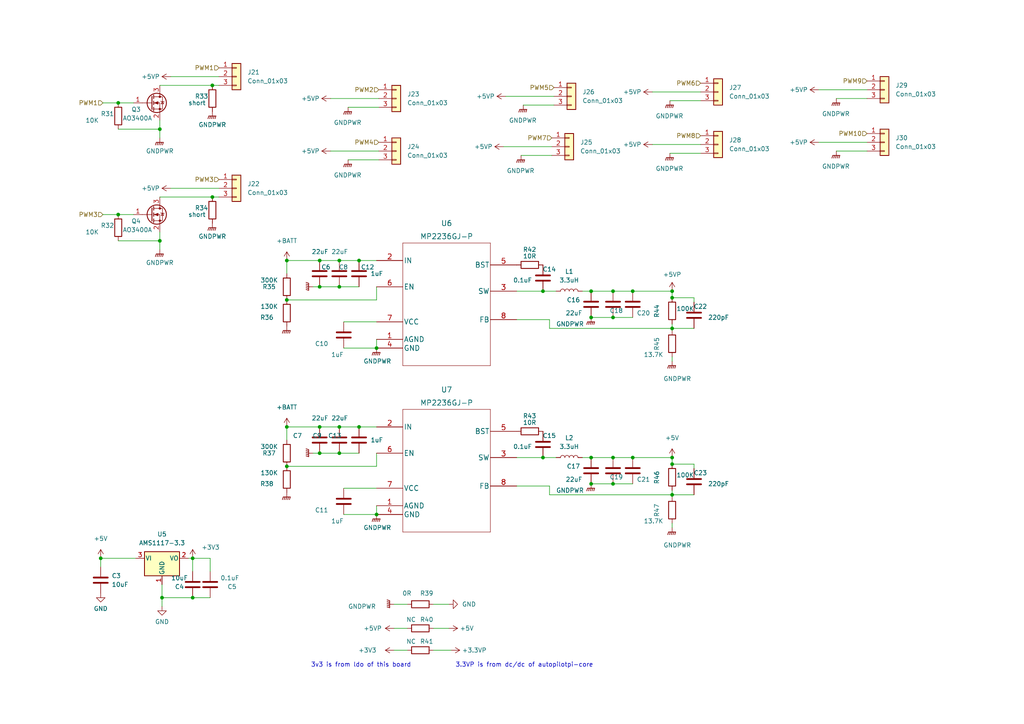
<source format=kicad_sch>
(kicad_sch (version 20211123) (generator eeschema)

  (uuid c9ebb09e-52d6-4153-98e6-537648d5ad40)

  (paper "A4")

  (lib_symbols
    (symbol "Connector_Generic:Conn_01x03" (pin_names (offset 1.016) hide) (in_bom yes) (on_board yes)
      (property "Reference" "J" (id 0) (at 0 5.08 0)
        (effects (font (size 1.27 1.27)))
      )
      (property "Value" "Conn_01x03" (id 1) (at 0 -5.08 0)
        (effects (font (size 1.27 1.27)))
      )
      (property "Footprint" "" (id 2) (at 0 0 0)
        (effects (font (size 1.27 1.27)) hide)
      )
      (property "Datasheet" "~" (id 3) (at 0 0 0)
        (effects (font (size 1.27 1.27)) hide)
      )
      (property "ki_keywords" "connector" (id 4) (at 0 0 0)
        (effects (font (size 1.27 1.27)) hide)
      )
      (property "ki_description" "Generic connector, single row, 01x03, script generated (kicad-library-utils/schlib/autogen/connector/)" (id 5) (at 0 0 0)
        (effects (font (size 1.27 1.27)) hide)
      )
      (property "ki_fp_filters" "Connector*:*_1x??_*" (id 6) (at 0 0 0)
        (effects (font (size 1.27 1.27)) hide)
      )
      (symbol "Conn_01x03_1_1"
        (rectangle (start -1.27 -2.413) (end 0 -2.667)
          (stroke (width 0.1524) (type default) (color 0 0 0 0))
          (fill (type none))
        )
        (rectangle (start -1.27 0.127) (end 0 -0.127)
          (stroke (width 0.1524) (type default) (color 0 0 0 0))
          (fill (type none))
        )
        (rectangle (start -1.27 2.667) (end 0 2.413)
          (stroke (width 0.1524) (type default) (color 0 0 0 0))
          (fill (type none))
        )
        (rectangle (start -1.27 3.81) (end 1.27 -3.81)
          (stroke (width 0.254) (type default) (color 0 0 0 0))
          (fill (type background))
        )
        (pin passive line (at -5.08 2.54 0) (length 3.81)
          (name "Pin_1" (effects (font (size 1.27 1.27))))
          (number "1" (effects (font (size 1.27 1.27))))
        )
        (pin passive line (at -5.08 0 0) (length 3.81)
          (name "Pin_2" (effects (font (size 1.27 1.27))))
          (number "2" (effects (font (size 1.27 1.27))))
        )
        (pin passive line (at -5.08 -2.54 0) (length 3.81)
          (name "Pin_3" (effects (font (size 1.27 1.27))))
          (number "3" (effects (font (size 1.27 1.27))))
        )
      )
    )
    (symbol "Device:C" (pin_numbers hide) (pin_names (offset 0.254)) (in_bom yes) (on_board yes)
      (property "Reference" "C" (id 0) (at 0.635 2.54 0)
        (effects (font (size 1.27 1.27)) (justify left))
      )
      (property "Value" "C" (id 1) (at 0.635 -2.54 0)
        (effects (font (size 1.27 1.27)) (justify left))
      )
      (property "Footprint" "" (id 2) (at 0.9652 -3.81 0)
        (effects (font (size 1.27 1.27)) hide)
      )
      (property "Datasheet" "~" (id 3) (at 0 0 0)
        (effects (font (size 1.27 1.27)) hide)
      )
      (property "ki_keywords" "cap capacitor" (id 4) (at 0 0 0)
        (effects (font (size 1.27 1.27)) hide)
      )
      (property "ki_description" "Unpolarized capacitor" (id 5) (at 0 0 0)
        (effects (font (size 1.27 1.27)) hide)
      )
      (property "ki_fp_filters" "C_*" (id 6) (at 0 0 0)
        (effects (font (size 1.27 1.27)) hide)
      )
      (symbol "C_0_1"
        (polyline
          (pts
            (xy -2.032 -0.762)
            (xy 2.032 -0.762)
          )
          (stroke (width 0.508) (type default) (color 0 0 0 0))
          (fill (type none))
        )
        (polyline
          (pts
            (xy -2.032 0.762)
            (xy 2.032 0.762)
          )
          (stroke (width 0.508) (type default) (color 0 0 0 0))
          (fill (type none))
        )
      )
      (symbol "C_1_1"
        (pin passive line (at 0 3.81 270) (length 2.794)
          (name "~" (effects (font (size 1.27 1.27))))
          (number "1" (effects (font (size 1.27 1.27))))
        )
        (pin passive line (at 0 -3.81 90) (length 2.794)
          (name "~" (effects (font (size 1.27 1.27))))
          (number "2" (effects (font (size 1.27 1.27))))
        )
      )
    )
    (symbol "Device:L" (pin_numbers hide) (pin_names (offset 1.016) hide) (in_bom yes) (on_board yes)
      (property "Reference" "L" (id 0) (at -1.27 0 90)
        (effects (font (size 1.27 1.27)))
      )
      (property "Value" "L" (id 1) (at 1.905 0 90)
        (effects (font (size 1.27 1.27)))
      )
      (property "Footprint" "" (id 2) (at 0 0 0)
        (effects (font (size 1.27 1.27)) hide)
      )
      (property "Datasheet" "~" (id 3) (at 0 0 0)
        (effects (font (size 1.27 1.27)) hide)
      )
      (property "ki_keywords" "inductor choke coil reactor magnetic" (id 4) (at 0 0 0)
        (effects (font (size 1.27 1.27)) hide)
      )
      (property "ki_description" "Inductor" (id 5) (at 0 0 0)
        (effects (font (size 1.27 1.27)) hide)
      )
      (property "ki_fp_filters" "Choke_* *Coil* Inductor_* L_*" (id 6) (at 0 0 0)
        (effects (font (size 1.27 1.27)) hide)
      )
      (symbol "L_0_1"
        (arc (start 0 -2.54) (mid 0.635 -1.905) (end 0 -1.27)
          (stroke (width 0) (type default) (color 0 0 0 0))
          (fill (type none))
        )
        (arc (start 0 -1.27) (mid 0.635 -0.635) (end 0 0)
          (stroke (width 0) (type default) (color 0 0 0 0))
          (fill (type none))
        )
        (arc (start 0 0) (mid 0.635 0.635) (end 0 1.27)
          (stroke (width 0) (type default) (color 0 0 0 0))
          (fill (type none))
        )
        (arc (start 0 1.27) (mid 0.635 1.905) (end 0 2.54)
          (stroke (width 0) (type default) (color 0 0 0 0))
          (fill (type none))
        )
      )
      (symbol "L_1_1"
        (pin passive line (at 0 3.81 270) (length 1.27)
          (name "1" (effects (font (size 1.27 1.27))))
          (number "1" (effects (font (size 1.27 1.27))))
        )
        (pin passive line (at 0 -3.81 90) (length 1.27)
          (name "2" (effects (font (size 1.27 1.27))))
          (number "2" (effects (font (size 1.27 1.27))))
        )
      )
    )
    (symbol "Device:R" (pin_numbers hide) (pin_names (offset 0)) (in_bom yes) (on_board yes)
      (property "Reference" "R" (id 0) (at 2.032 0 90)
        (effects (font (size 1.27 1.27)))
      )
      (property "Value" "R" (id 1) (at 0 0 90)
        (effects (font (size 1.27 1.27)))
      )
      (property "Footprint" "" (id 2) (at -1.778 0 90)
        (effects (font (size 1.27 1.27)) hide)
      )
      (property "Datasheet" "~" (id 3) (at 0 0 0)
        (effects (font (size 1.27 1.27)) hide)
      )
      (property "ki_keywords" "R res resistor" (id 4) (at 0 0 0)
        (effects (font (size 1.27 1.27)) hide)
      )
      (property "ki_description" "Resistor" (id 5) (at 0 0 0)
        (effects (font (size 1.27 1.27)) hide)
      )
      (property "ki_fp_filters" "R_*" (id 6) (at 0 0 0)
        (effects (font (size 1.27 1.27)) hide)
      )
      (symbol "R_0_1"
        (rectangle (start -1.016 -2.54) (end 1.016 2.54)
          (stroke (width 0.254) (type default) (color 0 0 0 0))
          (fill (type none))
        )
      )
      (symbol "R_1_1"
        (pin passive line (at 0 3.81 270) (length 1.27)
          (name "~" (effects (font (size 1.27 1.27))))
          (number "1" (effects (font (size 1.27 1.27))))
        )
        (pin passive line (at 0 -3.81 90) (length 1.27)
          (name "~" (effects (font (size 1.27 1.27))))
          (number "2" (effects (font (size 1.27 1.27))))
        )
      )
    )
    (symbol "Regulator_Linear:AMS1117-3.3" (pin_names (offset 0.254)) (in_bom yes) (on_board yes)
      (property "Reference" "U" (id 0) (at -3.81 3.175 0)
        (effects (font (size 1.27 1.27)))
      )
      (property "Value" "AMS1117-3.3" (id 1) (at 0 3.175 0)
        (effects (font (size 1.27 1.27)) (justify left))
      )
      (property "Footprint" "Package_TO_SOT_SMD:SOT-223-3_TabPin2" (id 2) (at 0 5.08 0)
        (effects (font (size 1.27 1.27)) hide)
      )
      (property "Datasheet" "http://www.advanced-monolithic.com/pdf/ds1117.pdf" (id 3) (at 2.54 -6.35 0)
        (effects (font (size 1.27 1.27)) hide)
      )
      (property "ki_keywords" "linear regulator ldo fixed positive" (id 4) (at 0 0 0)
        (effects (font (size 1.27 1.27)) hide)
      )
      (property "ki_description" "1A Low Dropout regulator, positive, 3.3V fixed output, SOT-223" (id 5) (at 0 0 0)
        (effects (font (size 1.27 1.27)) hide)
      )
      (property "ki_fp_filters" "SOT?223*TabPin2*" (id 6) (at 0 0 0)
        (effects (font (size 1.27 1.27)) hide)
      )
      (symbol "AMS1117-3.3_0_1"
        (rectangle (start -5.08 -5.08) (end 5.08 1.905)
          (stroke (width 0.254) (type default) (color 0 0 0 0))
          (fill (type background))
        )
      )
      (symbol "AMS1117-3.3_1_1"
        (pin power_in line (at 0 -7.62 90) (length 2.54)
          (name "GND" (effects (font (size 1.27 1.27))))
          (number "1" (effects (font (size 1.27 1.27))))
        )
        (pin power_out line (at 7.62 0 180) (length 2.54)
          (name "VO" (effects (font (size 1.27 1.27))))
          (number "2" (effects (font (size 1.27 1.27))))
        )
        (pin power_in line (at -7.62 0 0) (length 2.54)
          (name "VI" (effects (font (size 1.27 1.27))))
          (number "3" (effects (font (size 1.27 1.27))))
        )
      )
    )
    (symbol "Transistor_FET:AO3400A" (pin_names hide) (in_bom yes) (on_board yes)
      (property "Reference" "Q" (id 0) (at 5.08 1.905 0)
        (effects (font (size 1.27 1.27)) (justify left))
      )
      (property "Value" "AO3400A" (id 1) (at 5.08 0 0)
        (effects (font (size 1.27 1.27)) (justify left))
      )
      (property "Footprint" "Package_TO_SOT_SMD:SOT-23" (id 2) (at 5.08 -1.905 0)
        (effects (font (size 1.27 1.27) italic) (justify left) hide)
      )
      (property "Datasheet" "http://www.aosmd.com/pdfs/datasheet/AO3400A.pdf" (id 3) (at 0 0 0)
        (effects (font (size 1.27 1.27)) (justify left) hide)
      )
      (property "ki_keywords" "N-Channel MOSFET" (id 4) (at 0 0 0)
        (effects (font (size 1.27 1.27)) hide)
      )
      (property "ki_description" "30V Vds, 5.7A Id, N-Channel MOSFET, SOT-23" (id 5) (at 0 0 0)
        (effects (font (size 1.27 1.27)) hide)
      )
      (property "ki_fp_filters" "SOT?23*" (id 6) (at 0 0 0)
        (effects (font (size 1.27 1.27)) hide)
      )
      (symbol "AO3400A_0_1"
        (polyline
          (pts
            (xy 0.254 0)
            (xy -2.54 0)
          )
          (stroke (width 0) (type default) (color 0 0 0 0))
          (fill (type none))
        )
        (polyline
          (pts
            (xy 0.254 1.905)
            (xy 0.254 -1.905)
          )
          (stroke (width 0.254) (type default) (color 0 0 0 0))
          (fill (type none))
        )
        (polyline
          (pts
            (xy 0.762 -1.27)
            (xy 0.762 -2.286)
          )
          (stroke (width 0.254) (type default) (color 0 0 0 0))
          (fill (type none))
        )
        (polyline
          (pts
            (xy 0.762 0.508)
            (xy 0.762 -0.508)
          )
          (stroke (width 0.254) (type default) (color 0 0 0 0))
          (fill (type none))
        )
        (polyline
          (pts
            (xy 0.762 2.286)
            (xy 0.762 1.27)
          )
          (stroke (width 0.254) (type default) (color 0 0 0 0))
          (fill (type none))
        )
        (polyline
          (pts
            (xy 2.54 2.54)
            (xy 2.54 1.778)
          )
          (stroke (width 0) (type default) (color 0 0 0 0))
          (fill (type none))
        )
        (polyline
          (pts
            (xy 2.54 -2.54)
            (xy 2.54 0)
            (xy 0.762 0)
          )
          (stroke (width 0) (type default) (color 0 0 0 0))
          (fill (type none))
        )
        (polyline
          (pts
            (xy 0.762 -1.778)
            (xy 3.302 -1.778)
            (xy 3.302 1.778)
            (xy 0.762 1.778)
          )
          (stroke (width 0) (type default) (color 0 0 0 0))
          (fill (type none))
        )
        (polyline
          (pts
            (xy 1.016 0)
            (xy 2.032 0.381)
            (xy 2.032 -0.381)
            (xy 1.016 0)
          )
          (stroke (width 0) (type default) (color 0 0 0 0))
          (fill (type outline))
        )
        (polyline
          (pts
            (xy 2.794 0.508)
            (xy 2.921 0.381)
            (xy 3.683 0.381)
            (xy 3.81 0.254)
          )
          (stroke (width 0) (type default) (color 0 0 0 0))
          (fill (type none))
        )
        (polyline
          (pts
            (xy 3.302 0.381)
            (xy 2.921 -0.254)
            (xy 3.683 -0.254)
            (xy 3.302 0.381)
          )
          (stroke (width 0) (type default) (color 0 0 0 0))
          (fill (type none))
        )
        (circle (center 1.651 0) (radius 2.794)
          (stroke (width 0.254) (type default) (color 0 0 0 0))
          (fill (type none))
        )
        (circle (center 2.54 -1.778) (radius 0.254)
          (stroke (width 0) (type default) (color 0 0 0 0))
          (fill (type outline))
        )
        (circle (center 2.54 1.778) (radius 0.254)
          (stroke (width 0) (type default) (color 0 0 0 0))
          (fill (type outline))
        )
      )
      (symbol "AO3400A_1_1"
        (pin input line (at -5.08 0 0) (length 2.54)
          (name "G" (effects (font (size 1.27 1.27))))
          (number "1" (effects (font (size 1.27 1.27))))
        )
        (pin passive line (at 2.54 -5.08 90) (length 2.54)
          (name "S" (effects (font (size 1.27 1.27))))
          (number "2" (effects (font (size 1.27 1.27))))
        )
        (pin passive line (at 2.54 5.08 270) (length 2.54)
          (name "D" (effects (font (size 1.27 1.27))))
          (number "3" (effects (font (size 1.27 1.27))))
        )
      )
    )
    (symbol "ic:MP2236GJ-P" (pin_names (offset 0.254)) (in_bom yes) (on_board yes)
      (property "Reference" "U" (id 0) (at 20.32 10.16 0)
        (effects (font (size 1.524 1.524)))
      )
      (property "Value" "MP2236GJ-P" (id 1) (at 20.32 7.62 0)
        (effects (font (size 1.524 1.524)))
      )
      (property "Footprint" "TSOT23-8_MP2236_MNP" (id 2) (at 20.32 6.096 0)
        (effects (font (size 1.524 1.524)) hide)
      )
      (property "Datasheet" "" (id 3) (at 0 0 0)
        (effects (font (size 1.524 1.524)))
      )
      (property "ki_locked" "" (id 4) (at 0 0 0)
        (effects (font (size 1.27 1.27)))
      )
      (property "ki_fp_filters" "TSOT23-8_MP2236_MNP" (id 5) (at 0 0 0)
        (effects (font (size 1.27 1.27)) hide)
      )
      (symbol "MP2236GJ-P_1_1"
        (polyline
          (pts
            (xy 7.62 -30.48)
            (xy 33.02 -30.48)
          )
          (stroke (width 0.127) (type default) (color 0 0 0 0))
          (fill (type none))
        )
        (polyline
          (pts
            (xy 7.62 5.08)
            (xy 7.62 -30.48)
          )
          (stroke (width 0.127) (type default) (color 0 0 0 0))
          (fill (type none))
        )
        (polyline
          (pts
            (xy 33.02 -30.48)
            (xy 33.02 5.08)
          )
          (stroke (width 0.127) (type default) (color 0 0 0 0))
          (fill (type none))
        )
        (polyline
          (pts
            (xy 33.02 5.08)
            (xy 7.62 5.08)
          )
          (stroke (width 0.127) (type default) (color 0 0 0 0))
          (fill (type none))
        )
        (pin power_in line (at 0 -22.86 0) (length 7.62)
          (name "AGND" (effects (font (size 1.4986 1.4986))))
          (number "1" (effects (font (size 1.4986 1.4986))))
        )
        (pin power_in line (at 0 0 0) (length 7.62)
          (name "IN" (effects (font (size 1.4986 1.4986))))
          (number "2" (effects (font (size 1.4986 1.4986))))
        )
        (pin output line (at 40.64 -8.89 180) (length 7.62)
          (name "SW" (effects (font (size 1.4986 1.4986))))
          (number "3" (effects (font (size 1.4986 1.4986))))
        )
        (pin power_in line (at 0 -25.4 0) (length 7.62)
          (name "GND" (effects (font (size 1.4986 1.4986))))
          (number "4" (effects (font (size 1.4986 1.4986))))
        )
        (pin unspecified line (at 40.64 -1.27 180) (length 7.62)
          (name "BST" (effects (font (size 1.4986 1.4986))))
          (number "5" (effects (font (size 1.4986 1.4986))))
        )
        (pin unspecified line (at 0 -7.62 0) (length 7.62)
          (name "EN" (effects (font (size 1.4986 1.4986))))
          (number "6" (effects (font (size 1.4986 1.4986))))
        )
        (pin power_in line (at 0 -17.78 0) (length 7.62)
          (name "VCC" (effects (font (size 1.4986 1.4986))))
          (number "7" (effects (font (size 1.4986 1.4986))))
        )
        (pin unspecified line (at 40.64 -17.145 180) (length 7.62)
          (name "FB" (effects (font (size 1.4986 1.4986))))
          (number "8" (effects (font (size 1.4986 1.4986))))
        )
      )
    )
    (symbol "power:+3.3VP" (power) (pin_names (offset 0)) (in_bom yes) (on_board yes)
      (property "Reference" "#PWR" (id 0) (at 3.81 -1.27 0)
        (effects (font (size 1.27 1.27)) hide)
      )
      (property "Value" "+3.3VP" (id 1) (at 0 2.54 0)
        (effects (font (size 1.27 1.27)))
      )
      (property "Footprint" "" (id 2) (at 0 0 0)
        (effects (font (size 1.27 1.27)) hide)
      )
      (property "Datasheet" "" (id 3) (at 0 0 0)
        (effects (font (size 1.27 1.27)) hide)
      )
      (property "ki_keywords" "power-flag" (id 4) (at 0 0 0)
        (effects (font (size 1.27 1.27)) hide)
      )
      (property "ki_description" "Power symbol creates a global label with name \"+3.3VP\"" (id 5) (at 0 0 0)
        (effects (font (size 1.27 1.27)) hide)
      )
      (symbol "+3.3VP_0_0"
        (pin power_in line (at 0 0 90) (length 0) hide
          (name "+3.3VP" (effects (font (size 1.27 1.27))))
          (number "1" (effects (font (size 1.27 1.27))))
        )
      )
      (symbol "+3.3VP_0_1"
        (polyline
          (pts
            (xy -0.762 1.27)
            (xy 0 2.54)
          )
          (stroke (width 0) (type default) (color 0 0 0 0))
          (fill (type none))
        )
        (polyline
          (pts
            (xy 0 0)
            (xy 0 2.54)
          )
          (stroke (width 0) (type default) (color 0 0 0 0))
          (fill (type none))
        )
        (polyline
          (pts
            (xy 0 2.54)
            (xy 0.762 1.27)
          )
          (stroke (width 0) (type default) (color 0 0 0 0))
          (fill (type none))
        )
      )
    )
    (symbol "power:+3V3" (power) (pin_names (offset 0)) (in_bom yes) (on_board yes)
      (property "Reference" "#PWR" (id 0) (at 0 -3.81 0)
        (effects (font (size 1.27 1.27)) hide)
      )
      (property "Value" "+3V3" (id 1) (at 0 3.556 0)
        (effects (font (size 1.27 1.27)))
      )
      (property "Footprint" "" (id 2) (at 0 0 0)
        (effects (font (size 1.27 1.27)) hide)
      )
      (property "Datasheet" "" (id 3) (at 0 0 0)
        (effects (font (size 1.27 1.27)) hide)
      )
      (property "ki_keywords" "power-flag" (id 4) (at 0 0 0)
        (effects (font (size 1.27 1.27)) hide)
      )
      (property "ki_description" "Power symbol creates a global label with name \"+3V3\"" (id 5) (at 0 0 0)
        (effects (font (size 1.27 1.27)) hide)
      )
      (symbol "+3V3_0_1"
        (polyline
          (pts
            (xy -0.762 1.27)
            (xy 0 2.54)
          )
          (stroke (width 0) (type default) (color 0 0 0 0))
          (fill (type none))
        )
        (polyline
          (pts
            (xy 0 0)
            (xy 0 2.54)
          )
          (stroke (width 0) (type default) (color 0 0 0 0))
          (fill (type none))
        )
        (polyline
          (pts
            (xy 0 2.54)
            (xy 0.762 1.27)
          )
          (stroke (width 0) (type default) (color 0 0 0 0))
          (fill (type none))
        )
      )
      (symbol "+3V3_1_1"
        (pin power_in line (at 0 0 90) (length 0) hide
          (name "+3V3" (effects (font (size 1.27 1.27))))
          (number "1" (effects (font (size 1.27 1.27))))
        )
      )
    )
    (symbol "power:+5V" (power) (pin_names (offset 0)) (in_bom yes) (on_board yes)
      (property "Reference" "#PWR" (id 0) (at 0 -3.81 0)
        (effects (font (size 1.27 1.27)) hide)
      )
      (property "Value" "+5V" (id 1) (at 0 3.556 0)
        (effects (font (size 1.27 1.27)))
      )
      (property "Footprint" "" (id 2) (at 0 0 0)
        (effects (font (size 1.27 1.27)) hide)
      )
      (property "Datasheet" "" (id 3) (at 0 0 0)
        (effects (font (size 1.27 1.27)) hide)
      )
      (property "ki_keywords" "power-flag" (id 4) (at 0 0 0)
        (effects (font (size 1.27 1.27)) hide)
      )
      (property "ki_description" "Power symbol creates a global label with name \"+5V\"" (id 5) (at 0 0 0)
        (effects (font (size 1.27 1.27)) hide)
      )
      (symbol "+5V_0_1"
        (polyline
          (pts
            (xy -0.762 1.27)
            (xy 0 2.54)
          )
          (stroke (width 0) (type default) (color 0 0 0 0))
          (fill (type none))
        )
        (polyline
          (pts
            (xy 0 0)
            (xy 0 2.54)
          )
          (stroke (width 0) (type default) (color 0 0 0 0))
          (fill (type none))
        )
        (polyline
          (pts
            (xy 0 2.54)
            (xy 0.762 1.27)
          )
          (stroke (width 0) (type default) (color 0 0 0 0))
          (fill (type none))
        )
      )
      (symbol "+5V_1_1"
        (pin power_in line (at 0 0 90) (length 0) hide
          (name "+5V" (effects (font (size 1.27 1.27))))
          (number "1" (effects (font (size 1.27 1.27))))
        )
      )
    )
    (symbol "power:+5VP" (power) (pin_names (offset 0)) (in_bom yes) (on_board yes)
      (property "Reference" "#PWR" (id 0) (at 0 -3.81 0)
        (effects (font (size 1.27 1.27)) hide)
      )
      (property "Value" "+5VP" (id 1) (at 0 3.556 0)
        (effects (font (size 1.27 1.27)))
      )
      (property "Footprint" "" (id 2) (at 0 0 0)
        (effects (font (size 1.27 1.27)) hide)
      )
      (property "Datasheet" "" (id 3) (at 0 0 0)
        (effects (font (size 1.27 1.27)) hide)
      )
      (property "ki_keywords" "power-flag" (id 4) (at 0 0 0)
        (effects (font (size 1.27 1.27)) hide)
      )
      (property "ki_description" "Power symbol creates a global label with name \"+5VP\"" (id 5) (at 0 0 0)
        (effects (font (size 1.27 1.27)) hide)
      )
      (symbol "+5VP_0_1"
        (polyline
          (pts
            (xy -0.762 1.27)
            (xy 0 2.54)
          )
          (stroke (width 0) (type default) (color 0 0 0 0))
          (fill (type none))
        )
        (polyline
          (pts
            (xy 0 0)
            (xy 0 2.54)
          )
          (stroke (width 0) (type default) (color 0 0 0 0))
          (fill (type none))
        )
        (polyline
          (pts
            (xy 0 2.54)
            (xy 0.762 1.27)
          )
          (stroke (width 0) (type default) (color 0 0 0 0))
          (fill (type none))
        )
      )
      (symbol "+5VP_1_1"
        (pin power_in line (at 0 0 90) (length 0) hide
          (name "+5VP" (effects (font (size 1.27 1.27))))
          (number "1" (effects (font (size 1.27 1.27))))
        )
      )
    )
    (symbol "power:+BATT" (power) (pin_names (offset 0)) (in_bom yes) (on_board yes)
      (property "Reference" "#PWR" (id 0) (at 0 -3.81 0)
        (effects (font (size 1.27 1.27)) hide)
      )
      (property "Value" "+BATT" (id 1) (at 0 3.556 0)
        (effects (font (size 1.27 1.27)))
      )
      (property "Footprint" "" (id 2) (at 0 0 0)
        (effects (font (size 1.27 1.27)) hide)
      )
      (property "Datasheet" "" (id 3) (at 0 0 0)
        (effects (font (size 1.27 1.27)) hide)
      )
      (property "ki_keywords" "power-flag battery" (id 4) (at 0 0 0)
        (effects (font (size 1.27 1.27)) hide)
      )
      (property "ki_description" "Power symbol creates a global label with name \"+BATT\"" (id 5) (at 0 0 0)
        (effects (font (size 1.27 1.27)) hide)
      )
      (symbol "+BATT_0_1"
        (polyline
          (pts
            (xy -0.762 1.27)
            (xy 0 2.54)
          )
          (stroke (width 0) (type default) (color 0 0 0 0))
          (fill (type none))
        )
        (polyline
          (pts
            (xy 0 0)
            (xy 0 2.54)
          )
          (stroke (width 0) (type default) (color 0 0 0 0))
          (fill (type none))
        )
        (polyline
          (pts
            (xy 0 2.54)
            (xy 0.762 1.27)
          )
          (stroke (width 0) (type default) (color 0 0 0 0))
          (fill (type none))
        )
      )
      (symbol "+BATT_1_1"
        (pin power_in line (at 0 0 90) (length 0) hide
          (name "+BATT" (effects (font (size 1.27 1.27))))
          (number "1" (effects (font (size 1.27 1.27))))
        )
      )
    )
    (symbol "power:GND" (power) (pin_names (offset 0)) (in_bom yes) (on_board yes)
      (property "Reference" "#PWR" (id 0) (at 0 -6.35 0)
        (effects (font (size 1.27 1.27)) hide)
      )
      (property "Value" "GND" (id 1) (at 0 -3.81 0)
        (effects (font (size 1.27 1.27)))
      )
      (property "Footprint" "" (id 2) (at 0 0 0)
        (effects (font (size 1.27 1.27)) hide)
      )
      (property "Datasheet" "" (id 3) (at 0 0 0)
        (effects (font (size 1.27 1.27)) hide)
      )
      (property "ki_keywords" "power-flag" (id 4) (at 0 0 0)
        (effects (font (size 1.27 1.27)) hide)
      )
      (property "ki_description" "Power symbol creates a global label with name \"GND\" , ground" (id 5) (at 0 0 0)
        (effects (font (size 1.27 1.27)) hide)
      )
      (symbol "GND_0_1"
        (polyline
          (pts
            (xy 0 0)
            (xy 0 -1.27)
            (xy 1.27 -1.27)
            (xy 0 -2.54)
            (xy -1.27 -1.27)
            (xy 0 -1.27)
          )
          (stroke (width 0) (type default) (color 0 0 0 0))
          (fill (type none))
        )
      )
      (symbol "GND_1_1"
        (pin power_in line (at 0 0 270) (length 0) hide
          (name "GND" (effects (font (size 1.27 1.27))))
          (number "1" (effects (font (size 1.27 1.27))))
        )
      )
    )
    (symbol "power:GNDPWR" (power) (pin_names (offset 0)) (in_bom yes) (on_board yes)
      (property "Reference" "#PWR" (id 0) (at 0 -5.08 0)
        (effects (font (size 1.27 1.27)) hide)
      )
      (property "Value" "GNDPWR" (id 1) (at 0 -3.302 0)
        (effects (font (size 1.27 1.27)))
      )
      (property "Footprint" "" (id 2) (at 0 -1.27 0)
        (effects (font (size 1.27 1.27)) hide)
      )
      (property "Datasheet" "" (id 3) (at 0 -1.27 0)
        (effects (font (size 1.27 1.27)) hide)
      )
      (property "ki_keywords" "power-flag" (id 4) (at 0 0 0)
        (effects (font (size 1.27 1.27)) hide)
      )
      (property "ki_description" "Power symbol creates a global label with name \"GNDPWR\" , power ground" (id 5) (at 0 0 0)
        (effects (font (size 1.27 1.27)) hide)
      )
      (symbol "GNDPWR_0_1"
        (polyline
          (pts
            (xy 0 -1.27)
            (xy 0 0)
          )
          (stroke (width 0) (type default) (color 0 0 0 0))
          (fill (type none))
        )
        (polyline
          (pts
            (xy -1.016 -1.27)
            (xy -1.27 -2.032)
            (xy -1.27 -2.032)
          )
          (stroke (width 0.2032) (type default) (color 0 0 0 0))
          (fill (type none))
        )
        (polyline
          (pts
            (xy -0.508 -1.27)
            (xy -0.762 -2.032)
            (xy -0.762 -2.032)
          )
          (stroke (width 0.2032) (type default) (color 0 0 0 0))
          (fill (type none))
        )
        (polyline
          (pts
            (xy 0 -1.27)
            (xy -0.254 -2.032)
            (xy -0.254 -2.032)
          )
          (stroke (width 0.2032) (type default) (color 0 0 0 0))
          (fill (type none))
        )
        (polyline
          (pts
            (xy 0.508 -1.27)
            (xy 0.254 -2.032)
            (xy 0.254 -2.032)
          )
          (stroke (width 0.2032) (type default) (color 0 0 0 0))
          (fill (type none))
        )
        (polyline
          (pts
            (xy 1.016 -1.27)
            (xy -1.016 -1.27)
            (xy -1.016 -1.27)
          )
          (stroke (width 0.2032) (type default) (color 0 0 0 0))
          (fill (type none))
        )
        (polyline
          (pts
            (xy 1.016 -1.27)
            (xy 0.762 -2.032)
            (xy 0.762 -2.032)
            (xy 0.762 -2.032)
          )
          (stroke (width 0.2032) (type default) (color 0 0 0 0))
          (fill (type none))
        )
      )
      (symbol "GNDPWR_1_1"
        (pin power_in line (at 0 0 270) (length 0) hide
          (name "GNDPWR" (effects (font (size 1.27 1.27))))
          (number "1" (effects (font (size 1.27 1.27))))
        )
      )
    )
  )

  (junction (at 83.185 135.255) (diameter 0) (color 0 0 0 0)
    (uuid 02d104df-6051-4d3c-a51c-5bc5be54282a)
  )
  (junction (at 61.595 57.15) (diameter 0) (color 0 0 0 0)
    (uuid 0e804d86-0293-4ee3-8be4-e7171ea3cdca)
  )
  (junction (at 61.595 24.765) (diameter 0) (color 0 0 0 0)
    (uuid 163a3ac4-e23a-4bfb-a65c-17c00f074582)
  )
  (junction (at 98.425 123.825) (diameter 0) (color 0 0 0 0)
    (uuid 1c96bcd9-22ac-4d07-afbe-dae9453e084c)
  )
  (junction (at 83.185 123.825) (diameter 0) (color 0 0 0 0)
    (uuid 29210005-b456-479b-bab5-32bd1b5ce306)
  )
  (junction (at 194.945 134.62) (diameter 0) (color 0 0 0 0)
    (uuid 2aaa5cd1-54cd-4dc4-8a35-7a53c0cd7d15)
  )
  (junction (at 171.45 140.335) (diameter 0) (color 0 0 0 0)
    (uuid 2b6ede99-81b2-4c8e-8b39-a08858f5738e)
  )
  (junction (at 104.14 75.565) (diameter 0) (color 0 0 0 0)
    (uuid 2f437054-a297-4fdb-99d8-1c8699f722a3)
  )
  (junction (at 98.425 131.445) (diameter 0) (color 0 0 0 0)
    (uuid 2f588450-3570-4cdc-81a7-306521f967c3)
  )
  (junction (at 157.48 84.455) (diameter 0) (color 0 0 0 0)
    (uuid 4ccd7924-85c4-4b28-9cc0-547edc07f264)
  )
  (junction (at 83.185 75.565) (diameter 0) (color 0 0 0 0)
    (uuid 4d59cbb8-36c6-4433-9d96-dc6a9a0609d5)
  )
  (junction (at 109.22 149.225) (diameter 0) (color 0 0 0 0)
    (uuid 5227ec18-d3c6-4745-9d00-600aa038cb94)
  )
  (junction (at 194.945 95.25) (diameter 0) (color 0 0 0 0)
    (uuid 53337b04-edc7-44e1-bd7b-9a714680eb36)
  )
  (junction (at 194.945 132.715) (diameter 0) (color 0 0 0 0)
    (uuid 55e1f162-4873-4077-bb13-e5dbd9de0a98)
  )
  (junction (at 92.71 83.185) (diameter 0) (color 0 0 0 0)
    (uuid 5a12928e-9d18-44d8-bf35-cbed94b03acd)
  )
  (junction (at 109.22 100.965) (diameter 0) (color 0 0 0 0)
    (uuid 65a324df-b607-4240-bee2-155d74c565eb)
  )
  (junction (at 177.8 132.715) (diameter 0) (color 0 0 0 0)
    (uuid 6a1ef66e-c9eb-42c6-98f6-1dcfad53f57c)
  )
  (junction (at 177.8 92.075) (diameter 0) (color 0 0 0 0)
    (uuid 6bc136d2-ba0c-4efa-af40-63541c537bd8)
  )
  (junction (at 29.21 161.925) (diameter 0) (color 0 0 0 0)
    (uuid 708c3a9e-2600-4349-b97d-15bb9f5e6784)
  )
  (junction (at 183.515 84.455) (diameter 0) (color 0 0 0 0)
    (uuid 74e6a61d-738d-427f-afac-05a376e1ef20)
  )
  (junction (at 104.14 123.825) (diameter 0) (color 0 0 0 0)
    (uuid 84e6b7c5-8d53-4a68-9701-e937190e74e9)
  )
  (junction (at 157.48 132.715) (diameter 0) (color 0 0 0 0)
    (uuid 869bd2fb-86fa-40c6-b349-b0ac6821981e)
  )
  (junction (at 46.99 173.355) (diameter 0) (color 0 0 0 0)
    (uuid 91c531e8-6b7a-4fc4-9e80-ac27711e120e)
  )
  (junction (at 194.945 84.455) (diameter 0) (color 0 0 0 0)
    (uuid 938aefa0-cc8b-4643-8396-94a30218855e)
  )
  (junction (at 177.8 84.455) (diameter 0) (color 0 0 0 0)
    (uuid 94b2122d-af29-40f7-9d3f-2e5a09145ca9)
  )
  (junction (at 83.185 86.995) (diameter 0) (color 0 0 0 0)
    (uuid a2eacb0f-d33f-4e82-864e-2fd1c5dab818)
  )
  (junction (at 177.8 140.335) (diameter 0) (color 0 0 0 0)
    (uuid a56e3a65-bee2-480b-9236-93c3109afcd6)
  )
  (junction (at 55.88 161.925) (diameter 0) (color 0 0 0 0)
    (uuid a8fa3029-d848-4fe5-8295-833aeaffde77)
  )
  (junction (at 92.71 75.565) (diameter 0) (color 0 0 0 0)
    (uuid c037df32-2649-496e-91cd-fe3821eab34a)
  )
  (junction (at 171.45 92.075) (diameter 0) (color 0 0 0 0)
    (uuid c2704565-059b-440a-9d97-d3c8576f71c7)
  )
  (junction (at 55.88 173.355) (diameter 0) (color 0 0 0 0)
    (uuid ca6039bb-510a-4ae2-9c04-c88a6258bca7)
  )
  (junction (at 46.355 69.85) (diameter 0) (color 0 0 0 0)
    (uuid d6696f8b-14cd-49a9-85a1-7dd3f18c2321)
  )
  (junction (at 171.45 132.715) (diameter 0) (color 0 0 0 0)
    (uuid d72c345e-6ab4-4e79-820a-4ee4003309ad)
  )
  (junction (at 34.29 62.23) (diameter 0) (color 0 0 0 0)
    (uuid d9e03efe-2735-4251-8813-792c86a7c4fd)
  )
  (junction (at 92.71 131.445) (diameter 0) (color 0 0 0 0)
    (uuid d9e700d9-43ed-41e4-b326-31de40493414)
  )
  (junction (at 92.71 123.825) (diameter 0) (color 0 0 0 0)
    (uuid db9a4bea-c4ea-4436-84ad-0e35dc135570)
  )
  (junction (at 194.945 143.51) (diameter 0) (color 0 0 0 0)
    (uuid e5351f62-c8d1-4a94-8c8a-44ca5f713524)
  )
  (junction (at 34.29 29.845) (diameter 0) (color 0 0 0 0)
    (uuid e5f033b8-5026-486a-bcae-eee484bded00)
  )
  (junction (at 194.945 86.36) (diameter 0) (color 0 0 0 0)
    (uuid e6b364aa-aa4b-4f80-8831-2c078cfacd74)
  )
  (junction (at 171.45 84.455) (diameter 0) (color 0 0 0 0)
    (uuid eae806b3-f3e8-4659-810b-e7c99b4fb3d3)
  )
  (junction (at 98.425 75.565) (diameter 0) (color 0 0 0 0)
    (uuid f6bc74ac-f55f-408d-bee1-35517a7f5378)
  )
  (junction (at 46.355 37.465) (diameter 0) (color 0 0 0 0)
    (uuid fc30c9fb-cb3c-4de1-800e-bca687730992)
  )
  (junction (at 98.425 83.185) (diameter 0) (color 0 0 0 0)
    (uuid fded3fc1-9e34-4beb-8e08-d65d75009942)
  )
  (junction (at 183.515 132.715) (diameter 0) (color 0 0 0 0)
    (uuid ffeddfe3-82db-45b2-bce4-364354d0be84)
  )

  (wire (pts (xy 242.57 28.575) (xy 251.46 28.575))
    (stroke (width 0) (type default) (color 0 0 0 0))
    (uuid 00d389c3-a6b8-4ed8-86fa-ee235379a6a6)
  )
  (wire (pts (xy 83.185 75.565) (xy 92.71 75.565))
    (stroke (width 0) (type default) (color 0 0 0 0))
    (uuid 0199b54e-3491-4d4f-96b5-e1fdb15f6a2e)
  )
  (wire (pts (xy 157.48 84.455) (xy 161.29 84.455))
    (stroke (width 0) (type default) (color 0 0 0 0))
    (uuid 0de0ad40-1958-46cd-bf22-48cada0ed418)
  )
  (wire (pts (xy 90.805 131.445) (xy 92.71 131.445))
    (stroke (width 0) (type default) (color 0 0 0 0))
    (uuid 0fb90abe-0545-4841-8bef-f90ad796c052)
  )
  (wire (pts (xy 242.57 43.815) (xy 251.46 43.815))
    (stroke (width 0) (type default) (color 0 0 0 0))
    (uuid 14624297-0251-4697-821c-040623b6d45f)
  )
  (wire (pts (xy 46.99 173.355) (xy 55.88 173.355))
    (stroke (width 0) (type default) (color 0 0 0 0))
    (uuid 152727d9-8ada-4441-acd0-3da75707d400)
  )
  (wire (pts (xy 100.965 31.115) (xy 109.855 31.115))
    (stroke (width 0) (type default) (color 0 0 0 0))
    (uuid 181065f8-d808-4b1b-a527-e0815bdbb629)
  )
  (wire (pts (xy 34.29 62.23) (xy 38.735 62.23))
    (stroke (width 0) (type default) (color 0 0 0 0))
    (uuid 1a02098d-d8ee-4e44-b6e9-d16f6c01319a)
  )
  (wire (pts (xy 171.45 84.455) (xy 168.91 84.455))
    (stroke (width 0) (type default) (color 0 0 0 0))
    (uuid 1b278676-145b-427b-87fa-e046ca33b919)
  )
  (wire (pts (xy 46.355 69.85) (xy 46.355 72.39))
    (stroke (width 0) (type default) (color 0 0 0 0))
    (uuid 1c41bdbe-860d-448d-a4d3-8feac51bea2c)
  )
  (wire (pts (xy 83.185 86.995) (xy 109.22 86.995))
    (stroke (width 0) (type default) (color 0 0 0 0))
    (uuid 1cac8965-6027-42e3-bca4-299692304666)
  )
  (wire (pts (xy 189.23 26.67) (xy 203.2 26.67))
    (stroke (width 0) (type default) (color 0 0 0 0))
    (uuid 217d6104-006e-4554-b304-7b1fb3f6c8fb)
  )
  (wire (pts (xy 177.8 84.455) (xy 183.515 84.455))
    (stroke (width 0) (type default) (color 0 0 0 0))
    (uuid 218ee5b8-06da-444b-83d9-a45aa36e3e58)
  )
  (wire (pts (xy 159.385 95.25) (xy 194.945 95.25))
    (stroke (width 0) (type default) (color 0 0 0 0))
    (uuid 227b0306-5ac8-413f-9d0a-b4f9438c8ed9)
  )
  (wire (pts (xy 92.71 75.565) (xy 98.425 75.565))
    (stroke (width 0) (type default) (color 0 0 0 0))
    (uuid 24f2bc6a-64c3-492f-a15c-cd175f710b7f)
  )
  (wire (pts (xy 118.11 175.26) (xy 114.3 175.26))
    (stroke (width 0) (type default) (color 0 0 0 0))
    (uuid 24ffef90-160d-4f41-b731-bbd325dc6930)
  )
  (wire (pts (xy 194.945 95.25) (xy 194.945 93.98))
    (stroke (width 0) (type default) (color 0 0 0 0))
    (uuid 2749e889-b9c7-4b1a-993a-d2d5e322e15a)
  )
  (wire (pts (xy 194.31 29.21) (xy 203.2 29.21))
    (stroke (width 0) (type default) (color 0 0 0 0))
    (uuid 294fcf8a-ec1f-42ac-a730-687a774b0c5e)
  )
  (wire (pts (xy 130.81 188.595) (xy 125.73 188.595))
    (stroke (width 0) (type default) (color 0 0 0 0))
    (uuid 2b5ce792-4fc4-46eb-a034-1ec697edc4f2)
  )
  (wire (pts (xy 189.23 41.91) (xy 203.2 41.91))
    (stroke (width 0) (type default) (color 0 0 0 0))
    (uuid 331c980c-977a-4c70-8e3f-e18189cb1b1c)
  )
  (wire (pts (xy 146.685 27.94) (xy 160.655 27.94))
    (stroke (width 0) (type default) (color 0 0 0 0))
    (uuid 37e19b2c-34d9-4929-804a-157b098278ef)
  )
  (wire (pts (xy 157.48 132.715) (xy 161.29 132.715))
    (stroke (width 0) (type default) (color 0 0 0 0))
    (uuid 38f326e1-5fab-426e-8f9d-b8c837a5a9da)
  )
  (wire (pts (xy 237.49 26.035) (xy 251.46 26.035))
    (stroke (width 0) (type default) (color 0 0 0 0))
    (uuid 3b3f69c3-770d-490d-a042-129f42d09910)
  )
  (wire (pts (xy 95.885 28.575) (xy 109.855 28.575))
    (stroke (width 0) (type default) (color 0 0 0 0))
    (uuid 3c43e0c6-78cc-4a92-aa32-a5c48f88be8d)
  )
  (wire (pts (xy 159.385 92.71) (xy 159.385 95.25))
    (stroke (width 0) (type default) (color 0 0 0 0))
    (uuid 3caa37cf-33ca-4a9f-af12-d95626fd4684)
  )
  (wire (pts (xy 194.945 143.51) (xy 201.295 143.51))
    (stroke (width 0) (type default) (color 0 0 0 0))
    (uuid 40fa5a98-a458-4a40-8680-6f1b2a98f04b)
  )
  (wire (pts (xy 109.22 83.185) (xy 109.22 86.995))
    (stroke (width 0) (type default) (color 0 0 0 0))
    (uuid 43f803b9-7705-44d8-9509-907e5f31c39d)
  )
  (wire (pts (xy 177.8 92.075) (xy 183.515 92.075))
    (stroke (width 0) (type default) (color 0 0 0 0))
    (uuid 45a14d0d-ea21-45c5-ac5c-51ef075e7d1c)
  )
  (wire (pts (xy 201.295 135.89) (xy 201.295 134.62))
    (stroke (width 0) (type default) (color 0 0 0 0))
    (uuid 48a68742-bf44-4a8d-8775-ac1006caa69e)
  )
  (wire (pts (xy 194.945 144.145) (xy 194.945 143.51))
    (stroke (width 0) (type default) (color 0 0 0 0))
    (uuid 4b9a6628-2130-4373-a3ce-298d200b75ff)
  )
  (wire (pts (xy 83.185 127.635) (xy 83.185 123.825))
    (stroke (width 0) (type default) (color 0 0 0 0))
    (uuid 4d3612b9-df41-4223-89f8-afb00c37d6d8)
  )
  (wire (pts (xy 201.295 134.62) (xy 194.945 134.62))
    (stroke (width 0) (type default) (color 0 0 0 0))
    (uuid 500a3f8c-d76f-49e6-aa17-248a4c4505c5)
  )
  (wire (pts (xy 29.21 164.465) (xy 29.21 161.925))
    (stroke (width 0) (type default) (color 0 0 0 0))
    (uuid 52dd4ba4-ddf8-47bc-9b01-d33bbd4305c5)
  )
  (wire (pts (xy 171.45 84.455) (xy 177.8 84.455))
    (stroke (width 0) (type default) (color 0 0 0 0))
    (uuid 5338c79a-d4d4-4591-9265-f457cc53012c)
  )
  (wire (pts (xy 171.45 92.075) (xy 177.8 92.075))
    (stroke (width 0) (type default) (color 0 0 0 0))
    (uuid 535e76ac-28c5-4fc9-b236-f7ddcd123284)
  )
  (wire (pts (xy 194.945 132.715) (xy 183.515 132.715))
    (stroke (width 0) (type default) (color 0 0 0 0))
    (uuid 53ba9aa0-6b7c-47a7-b269-296f7b17f331)
  )
  (wire (pts (xy 109.22 146.685) (xy 109.22 149.225))
    (stroke (width 0) (type default) (color 0 0 0 0))
    (uuid 555d8fbd-6676-4cf1-b02d-4cea569b336a)
  )
  (wire (pts (xy 92.71 83.185) (xy 98.425 83.185))
    (stroke (width 0) (type default) (color 0 0 0 0))
    (uuid 6025102b-0c9f-46ca-b001-9215ad936350)
  )
  (wire (pts (xy 149.86 140.97) (xy 159.385 140.97))
    (stroke (width 0) (type default) (color 0 0 0 0))
    (uuid 6248593f-6c76-4f88-b71b-e0b7c9a84e95)
  )
  (wire (pts (xy 149.86 92.71) (xy 159.385 92.71))
    (stroke (width 0) (type default) (color 0 0 0 0))
    (uuid 64ee7325-d27a-4358-bebb-baf4db9ac026)
  )
  (wire (pts (xy 34.29 29.845) (xy 38.735 29.845))
    (stroke (width 0) (type default) (color 0 0 0 0))
    (uuid 6585ab83-80f2-4ed7-8671-65b86cb1cfbe)
  )
  (wire (pts (xy 90.805 83.185) (xy 92.71 83.185))
    (stroke (width 0) (type default) (color 0 0 0 0))
    (uuid 65c25fa6-103d-45fb-8f0d-9116d30e30c3)
  )
  (wire (pts (xy 194.945 95.25) (xy 201.295 95.25))
    (stroke (width 0) (type default) (color 0 0 0 0))
    (uuid 6b495199-c69d-40df-9ecf-05cc4e16e1bf)
  )
  (wire (pts (xy 157.48 84.455) (xy 149.86 84.455))
    (stroke (width 0) (type default) (color 0 0 0 0))
    (uuid 6c2c6891-29de-4fd0-bedd-919697dfb885)
  )
  (wire (pts (xy 118.11 182.245) (xy 114.3 182.245))
    (stroke (width 0) (type default) (color 0 0 0 0))
    (uuid 6c592c69-9833-488a-a3fa-2b2bee3991ba)
  )
  (wire (pts (xy 46.355 37.465) (xy 46.355 40.005))
    (stroke (width 0) (type default) (color 0 0 0 0))
    (uuid 6e57895e-ea54-49e3-94df-c8f1c3409071)
  )
  (wire (pts (xy 55.88 173.355) (xy 60.96 173.355))
    (stroke (width 0) (type default) (color 0 0 0 0))
    (uuid 70aae7c8-1cc4-45ac-9098-afc455f4628b)
  )
  (wire (pts (xy 99.695 100.965) (xy 109.22 100.965))
    (stroke (width 0) (type default) (color 0 0 0 0))
    (uuid 711f7e64-7498-4f49-a708-bbd8f64ee343)
  )
  (wire (pts (xy 146.05 42.545) (xy 160.02 42.545))
    (stroke (width 0) (type default) (color 0 0 0 0))
    (uuid 7178d3ea-2f49-40e2-942d-c04c10356e68)
  )
  (wire (pts (xy 98.425 83.185) (xy 104.14 83.185))
    (stroke (width 0) (type default) (color 0 0 0 0))
    (uuid 73f6db6b-c161-42d9-9ab8-b4803e1d7f04)
  )
  (wire (pts (xy 159.385 143.51) (xy 194.945 143.51))
    (stroke (width 0) (type default) (color 0 0 0 0))
    (uuid 767f2419-d9a0-4936-815f-415b8ac6f24d)
  )
  (wire (pts (xy 55.88 165.735) (xy 55.88 161.925))
    (stroke (width 0) (type default) (color 0 0 0 0))
    (uuid 772c8145-467e-440a-afa8-626634cd70c6)
  )
  (wire (pts (xy 194.31 44.45) (xy 203.2 44.45))
    (stroke (width 0) (type default) (color 0 0 0 0))
    (uuid 7a0dc1dc-0357-4c97-9915-7bcb7bb65d9f)
  )
  (wire (pts (xy 83.185 79.375) (xy 83.185 75.565))
    (stroke (width 0) (type default) (color 0 0 0 0))
    (uuid 7b13fd27-5628-413b-a103-af3106048b16)
  )
  (wire (pts (xy 177.8 132.715) (xy 183.515 132.715))
    (stroke (width 0) (type default) (color 0 0 0 0))
    (uuid 7bd1f098-13b2-4fe2-9915-e02959492ce4)
  )
  (wire (pts (xy 194.945 143.51) (xy 194.945 142.24))
    (stroke (width 0) (type default) (color 0 0 0 0))
    (uuid 7e11b8ef-03ce-4629-a313-8c877a228c6c)
  )
  (wire (pts (xy 194.945 104.775) (xy 194.945 103.505))
    (stroke (width 0) (type default) (color 0 0 0 0))
    (uuid 822bf31b-87f4-4577-9577-ac451078ada3)
  )
  (wire (pts (xy 177.8 140.335) (xy 183.515 140.335))
    (stroke (width 0) (type default) (color 0 0 0 0))
    (uuid 8304de17-eb98-4ae9-a69e-3ed24f2d9eee)
  )
  (wire (pts (xy 49.53 54.61) (xy 63.5 54.61))
    (stroke (width 0) (type default) (color 0 0 0 0))
    (uuid 89a944ab-c17a-4944-acc4-feb6c27e338d)
  )
  (wire (pts (xy 60.96 161.925) (xy 60.96 165.735))
    (stroke (width 0) (type default) (color 0 0 0 0))
    (uuid 916ea3ff-a1a8-45ee-bf49-f47e5954c656)
  )
  (wire (pts (xy 159.385 140.97) (xy 159.385 143.51))
    (stroke (width 0) (type default) (color 0 0 0 0))
    (uuid 929a591d-1097-4386-95ae-8ddf1abcd6df)
  )
  (wire (pts (xy 104.14 123.825) (xy 109.22 123.825))
    (stroke (width 0) (type default) (color 0 0 0 0))
    (uuid 97381dfb-892f-4a88-b91c-3ee9ce23b9c6)
  )
  (wire (pts (xy 98.425 131.445) (xy 104.14 131.445))
    (stroke (width 0) (type default) (color 0 0 0 0))
    (uuid 9a972606-c4d4-47e7-a88b-629ef80b0af6)
  )
  (wire (pts (xy 46.99 175.895) (xy 46.99 173.355))
    (stroke (width 0) (type default) (color 0 0 0 0))
    (uuid 9aa4ff78-327e-41e7-b0c8-3a5b66d0937e)
  )
  (wire (pts (xy 151.13 45.085) (xy 160.02 45.085))
    (stroke (width 0) (type default) (color 0 0 0 0))
    (uuid 9f3c341d-29b1-4ed1-9209-f0a1d8e6e02e)
  )
  (wire (pts (xy 114.3 188.595) (xy 118.11 188.595))
    (stroke (width 0) (type default) (color 0 0 0 0))
    (uuid a4a93d24-bf55-4b60-81d8-b4e704ecfc9c)
  )
  (wire (pts (xy 194.945 134.62) (xy 194.945 132.715))
    (stroke (width 0) (type default) (color 0 0 0 0))
    (uuid a524dd0c-aeb9-4c79-80c5-d2c8c443063b)
  )
  (wire (pts (xy 109.22 131.445) (xy 109.22 135.255))
    (stroke (width 0) (type default) (color 0 0 0 0))
    (uuid a5b42cd7-c781-48a1-9305-0601f3a29c98)
  )
  (wire (pts (xy 194.945 153.035) (xy 194.945 151.765))
    (stroke (width 0) (type default) (color 0 0 0 0))
    (uuid a7ad3194-1ef5-4e7d-a49e-b21491be817b)
  )
  (wire (pts (xy 61.595 57.15) (xy 63.5 57.15))
    (stroke (width 0) (type default) (color 0 0 0 0))
    (uuid a874dba6-33f9-452b-9957-8c84386c4497)
  )
  (wire (pts (xy 98.425 123.825) (xy 104.14 123.825))
    (stroke (width 0) (type default) (color 0 0 0 0))
    (uuid a884827c-c400-413f-a0e8-9b14d27ee808)
  )
  (wire (pts (xy 46.355 24.765) (xy 61.595 24.765))
    (stroke (width 0) (type default) (color 0 0 0 0))
    (uuid a8a89874-6b76-49f0-8048-b2970e876528)
  )
  (wire (pts (xy 29.845 29.845) (xy 34.29 29.845))
    (stroke (width 0) (type default) (color 0 0 0 0))
    (uuid aa27d905-473f-4852-a322-b6205f1ecfcd)
  )
  (wire (pts (xy 34.29 37.465) (xy 46.355 37.465))
    (stroke (width 0) (type default) (color 0 0 0 0))
    (uuid ace1ef31-94ed-4959-884c-3c330bcb69f1)
  )
  (wire (pts (xy 109.22 98.425) (xy 109.22 100.965))
    (stroke (width 0) (type default) (color 0 0 0 0))
    (uuid acf560c8-b6a3-44be-92e7-3de88cef3040)
  )
  (wire (pts (xy 171.45 140.335) (xy 177.8 140.335))
    (stroke (width 0) (type default) (color 0 0 0 0))
    (uuid b148905f-ed47-4149-a9a4-b7c87b8258b2)
  )
  (wire (pts (xy 99.695 93.345) (xy 109.22 93.345))
    (stroke (width 0) (type default) (color 0 0 0 0))
    (uuid b1a27cc6-f903-40d1-85b1-73e19b7d9b3b)
  )
  (wire (pts (xy 46.355 67.31) (xy 46.355 69.85))
    (stroke (width 0) (type default) (color 0 0 0 0))
    (uuid b2c7a0fe-d178-4a8a-bf6b-6a57ad8696b9)
  )
  (wire (pts (xy 61.595 24.765) (xy 63.5 24.765))
    (stroke (width 0) (type default) (color 0 0 0 0))
    (uuid b52dc27d-cf36-4225-ab51-0b9f7f767646)
  )
  (wire (pts (xy 95.885 43.815) (xy 109.855 43.815))
    (stroke (width 0) (type default) (color 0 0 0 0))
    (uuid b59ef6ec-42c1-4c22-a25d-76991e89ff14)
  )
  (wire (pts (xy 83.185 123.825) (xy 92.71 123.825))
    (stroke (width 0) (type default) (color 0 0 0 0))
    (uuid b5d37053-b8ef-4248-bcd7-111683bbe87d)
  )
  (wire (pts (xy 194.945 86.36) (xy 194.945 84.455))
    (stroke (width 0) (type default) (color 0 0 0 0))
    (uuid b6aac6e1-0fdb-4b10-b317-8b3deb267f99)
  )
  (wire (pts (xy 151.765 30.48) (xy 160.655 30.48))
    (stroke (width 0) (type default) (color 0 0 0 0))
    (uuid b80398fc-0243-4aa2-9df1-1d403b652279)
  )
  (wire (pts (xy 201.295 87.63) (xy 201.295 86.36))
    (stroke (width 0) (type default) (color 0 0 0 0))
    (uuid bee1af2d-b73b-4964-8e13-fa883331f8e4)
  )
  (wire (pts (xy 194.945 95.885) (xy 194.945 95.25))
    (stroke (width 0) (type default) (color 0 0 0 0))
    (uuid c5403340-e7a7-49e6-8a0c-a846a958690d)
  )
  (wire (pts (xy 34.29 69.85) (xy 46.355 69.85))
    (stroke (width 0) (type default) (color 0 0 0 0))
    (uuid c5f8b8b8-c71b-43b3-a980-351fd965e505)
  )
  (wire (pts (xy 46.355 57.15) (xy 61.595 57.15))
    (stroke (width 0) (type default) (color 0 0 0 0))
    (uuid cac9120c-5db3-4812-af83-07b00243678c)
  )
  (wire (pts (xy 55.88 161.925) (xy 54.61 161.925))
    (stroke (width 0) (type default) (color 0 0 0 0))
    (uuid cd060318-48f6-4caf-bee0-84d82cc3e0f5)
  )
  (wire (pts (xy 92.71 123.825) (xy 98.425 123.825))
    (stroke (width 0) (type default) (color 0 0 0 0))
    (uuid cd0718e0-6464-4831-a37e-61560442c945)
  )
  (wire (pts (xy 125.73 175.26) (xy 130.175 175.26))
    (stroke (width 0) (type default) (color 0 0 0 0))
    (uuid d0102201-aa75-4722-bfad-179268400655)
  )
  (wire (pts (xy 171.45 132.715) (xy 177.8 132.715))
    (stroke (width 0) (type default) (color 0 0 0 0))
    (uuid d435403e-c849-477b-b5e8-b93a4dfc9af8)
  )
  (wire (pts (xy 92.71 131.445) (xy 98.425 131.445))
    (stroke (width 0) (type default) (color 0 0 0 0))
    (uuid d44e90b1-bfb3-4c3c-b749-7f50cff9be0a)
  )
  (wire (pts (xy 29.21 161.925) (xy 39.37 161.925))
    (stroke (width 0) (type default) (color 0 0 0 0))
    (uuid d6ed0b85-4487-4894-877c-6c01bd2c6437)
  )
  (wire (pts (xy 201.295 86.36) (xy 194.945 86.36))
    (stroke (width 0) (type default) (color 0 0 0 0))
    (uuid d9668f4a-c199-44bc-8784-8d2c1bb63206)
  )
  (wire (pts (xy 29.845 62.23) (xy 34.29 62.23))
    (stroke (width 0) (type default) (color 0 0 0 0))
    (uuid dc165fe8-ea69-47a2-b654-d358f3f2e6c6)
  )
  (wire (pts (xy 237.49 41.275) (xy 251.46 41.275))
    (stroke (width 0) (type default) (color 0 0 0 0))
    (uuid dc89c23a-c619-41ba-aa7f-b18d8d9fd73b)
  )
  (wire (pts (xy 46.355 34.925) (xy 46.355 37.465))
    (stroke (width 0) (type default) (color 0 0 0 0))
    (uuid de88efa3-a711-4640-977c-e3b9f6423b2c)
  )
  (wire (pts (xy 157.48 132.715) (xy 149.86 132.715))
    (stroke (width 0) (type default) (color 0 0 0 0))
    (uuid e0d2414d-5a67-499d-8fa1-fadff4ccebfd)
  )
  (wire (pts (xy 99.695 149.225) (xy 109.22 149.225))
    (stroke (width 0) (type default) (color 0 0 0 0))
    (uuid e20eb629-63da-4598-a490-3cadcef3b733)
  )
  (wire (pts (xy 100.965 46.355) (xy 109.855 46.355))
    (stroke (width 0) (type default) (color 0 0 0 0))
    (uuid e35b3f04-083d-4a10-b703-b92d9c94c039)
  )
  (wire (pts (xy 60.96 161.925) (xy 55.88 161.925))
    (stroke (width 0) (type default) (color 0 0 0 0))
    (uuid e49e2b03-803f-4112-b6e5-2de9a3920b1c)
  )
  (wire (pts (xy 99.695 141.605) (xy 109.22 141.605))
    (stroke (width 0) (type default) (color 0 0 0 0))
    (uuid ebc529b2-b5c9-4c14-9e94-462a1dfb79b9)
  )
  (wire (pts (xy 171.45 132.715) (xy 168.91 132.715))
    (stroke (width 0) (type default) (color 0 0 0 0))
    (uuid ec3150c8-a04d-457e-89cb-e29d60ca4d57)
  )
  (wire (pts (xy 49.53 22.225) (xy 63.5 22.225))
    (stroke (width 0) (type default) (color 0 0 0 0))
    (uuid eecc6584-d4c5-44dd-8ad7-c8102fc0584b)
  )
  (wire (pts (xy 125.73 182.245) (xy 130.175 182.245))
    (stroke (width 0) (type default) (color 0 0 0 0))
    (uuid ef5474c8-e583-4a77-90f8-1762f720fb04)
  )
  (wire (pts (xy 98.425 75.565) (xy 104.14 75.565))
    (stroke (width 0) (type default) (color 0 0 0 0))
    (uuid f5bb9142-0288-4089-8138-4ee0cc761f4e)
  )
  (wire (pts (xy 83.185 135.255) (xy 109.22 135.255))
    (stroke (width 0) (type default) (color 0 0 0 0))
    (uuid f622ed90-fdde-4915-aa60-48c8ae3e865c)
  )
  (wire (pts (xy 194.945 84.455) (xy 183.515 84.455))
    (stroke (width 0) (type default) (color 0 0 0 0))
    (uuid f64c2736-b111-4b79-9133-6434b35eba04)
  )
  (wire (pts (xy 46.99 173.355) (xy 46.99 169.545))
    (stroke (width 0) (type default) (color 0 0 0 0))
    (uuid f78e3122-3d72-4c87-bc64-d072a7d464d9)
  )
  (wire (pts (xy 104.14 75.565) (xy 109.22 75.565))
    (stroke (width 0) (type default) (color 0 0 0 0))
    (uuid fb635705-e1cc-48df-ad52-e3b391f9d76e)
  )

  (text "3.3VP is from dc/dc of autopilotpi-core" (at 132.08 193.675 0)
    (effects (font (size 1.27 1.27)) (justify left bottom))
    (uuid 8b196309-69b6-4069-be11-5b6dd62f6f58)
  )
  (text "3v3 is from ldo of this board" (at 90.17 193.675 0)
    (effects (font (size 1.27 1.27)) (justify left bottom))
    (uuid b0cfa353-c1ae-45ed-aae1-b53489a39842)
  )

  (hierarchical_label "PWM3" (shape input) (at 63.5 52.07 180)
    (effects (font (size 1.27 1.27)) (justify right))
    (uuid 10a678d9-a0d6-4473-9898-cee4c2bcafc5)
  )
  (hierarchical_label "PWM5" (shape input) (at 160.655 25.4 180)
    (effects (font (size 1.27 1.27)) (justify right))
    (uuid 1cfa8dd0-5897-44b0-80d9-3643315325eb)
  )
  (hierarchical_label "PWM1" (shape input) (at 63.5 19.685 180)
    (effects (font (size 1.27 1.27)) (justify right))
    (uuid 3e1b444d-e946-41ec-8f82-ce1c13ca8bab)
  )
  (hierarchical_label "PWM9" (shape input) (at 251.46 23.495 180)
    (effects (font (size 1.27 1.27)) (justify right))
    (uuid 43d736eb-83d5-453e-bec6-24acf1375260)
  )
  (hierarchical_label "PWM3" (shape input) (at 29.845 62.23 180)
    (effects (font (size 1.27 1.27)) (justify right))
    (uuid 6b1243c2-0994-494f-ad9e-79c2576288c9)
  )
  (hierarchical_label "PWM8" (shape input) (at 203.2 39.37 180)
    (effects (font (size 1.27 1.27)) (justify right))
    (uuid 72474f9f-2f31-4b09-9871-a4b9d75a5eba)
  )
  (hierarchical_label "PWM7" (shape input) (at 160.02 40.005 180)
    (effects (font (size 1.27 1.27)) (justify right))
    (uuid 8d7f91fa-c47f-4d65-9ed6-f4f175e52990)
  )
  (hierarchical_label "PWM4" (shape input) (at 109.855 41.275 180)
    (effects (font (size 1.27 1.27)) (justify right))
    (uuid ac101cd4-ab9e-4eb3-a134-7c0ef11cbdf8)
  )
  (hierarchical_label "PWM6" (shape input) (at 203.2 24.13 180)
    (effects (font (size 1.27 1.27)) (justify right))
    (uuid b0c527bb-1926-4859-8bd1-588ef97413de)
  )
  (hierarchical_label "PWM10" (shape input) (at 251.46 38.735 180)
    (effects (font (size 1.27 1.27)) (justify right))
    (uuid bc49f29d-c1ab-4afd-9c34-41e863ffcedd)
  )
  (hierarchical_label "PWM2" (shape input) (at 109.855 26.035 180)
    (effects (font (size 1.27 1.27)) (justify right))
    (uuid cbdae38e-bdec-416f-97da-0acf88f4d52c)
  )
  (hierarchical_label "PWM1" (shape input) (at 29.845 29.845 180)
    (effects (font (size 1.27 1.27)) (justify right))
    (uuid dbbe56a1-97f9-4dc9-ac68-83f44eca7c7e)
  )

  (symbol (lib_id "Device:R") (at 83.185 131.445 180) (unit 1)
    (in_bom yes) (on_board yes)
    (uuid 00557ebd-b7a8-4e56-be0a-99fec5e2b52c)
    (property "Reference" "R37" (id 0) (at 80.01 131.445 0)
      (effects (font (size 1.27 1.27)) (justify left))
    )
    (property "Value" "300K" (id 1) (at 80.645 129.54 0)
      (effects (font (size 1.27 1.27)) (justify left))
    )
    (property "Footprint" "Resistor_SMD:R_0402_1005Metric" (id 2) (at 84.963 131.445 90)
      (effects (font (size 1.27 1.27)) hide)
    )
    (property "Datasheet" "~" (id 3) (at 83.185 131.445 0)
      (effects (font (size 1.27 1.27)) hide)
    )
    (pin "1" (uuid 8ae017a1-9b73-4211-8bd7-6d2a5578f960))
    (pin "2" (uuid 6315dbc0-96b2-4c23-8c8f-7591c4dcad8c))
  )

  (symbol (lib_id "Device:C") (at 29.21 168.275 0) (unit 1)
    (in_bom yes) (on_board yes) (fields_autoplaced)
    (uuid 0082b5c7-0ff2-4c94-a1b9-0ec3971db412)
    (property "Reference" "C3" (id 0) (at 32.385 167.0049 0)
      (effects (font (size 1.27 1.27)) (justify left))
    )
    (property "Value" "10uF" (id 1) (at 32.385 169.5449 0)
      (effects (font (size 1.27 1.27)) (justify left))
    )
    (property "Footprint" "Capacitor_SMD:C_0603_1608Metric" (id 2) (at 30.1752 172.085 0)
      (effects (font (size 1.27 1.27)) hide)
    )
    (property "Datasheet" "~" (id 3) (at 29.21 168.275 0)
      (effects (font (size 1.27 1.27)) hide)
    )
    (pin "1" (uuid 9af7b662-e2e9-471c-9a01-edfe64dc02ee))
    (pin "2" (uuid 0f6c1f84-4398-4c81-8bd6-f3296ca34cec))
  )

  (symbol (lib_id "power:GNDPWR") (at 242.57 43.815 0) (unit 1)
    (in_bom yes) (on_board yes) (fields_autoplaced)
    (uuid 0512cf6e-effd-40aa-8727-9d89519032ab)
    (property "Reference" "#PWR099" (id 0) (at 242.57 48.895 0)
      (effects (font (size 1.27 1.27)) hide)
    )
    (property "Value" "GNDPWR" (id 1) (at 242.443 48.26 0))
    (property "Footprint" "" (id 2) (at 242.57 45.085 0)
      (effects (font (size 1.27 1.27)) hide)
    )
    (property "Datasheet" "" (id 3) (at 242.57 45.085 0)
      (effects (font (size 1.27 1.27)) hide)
    )
    (pin "1" (uuid f13f3bde-1a55-41c9-a7ce-de6272e7ec75))
  )

  (symbol (lib_id "power:GNDPWR") (at 194.945 104.775 0) (unit 1)
    (in_bom yes) (on_board yes)
    (uuid 05256662-5d4c-4157-b519-dfdc8c12e868)
    (property "Reference" "#PWR093" (id 0) (at 194.945 109.855 0)
      (effects (font (size 1.27 1.27)) hide)
    )
    (property "Value" "GNDPWR" (id 1) (at 192.405 109.855 0)
      (effects (font (size 1.27 1.27)) (justify left))
    )
    (property "Footprint" "" (id 2) (at 194.945 106.045 0)
      (effects (font (size 1.27 1.27)) hide)
    )
    (property "Datasheet" "" (id 3) (at 194.945 106.045 0)
      (effects (font (size 1.27 1.27)) hide)
    )
    (pin "1" (uuid a6d8af26-23ce-45f2-b85b-69d68c838e71))
  )

  (symbol (lib_id "Connector_Generic:Conn_01x03") (at 165.735 27.94 0) (unit 1)
    (in_bom yes) (on_board yes) (fields_autoplaced)
    (uuid 065c42a7-3855-4227-89c3-aad17d47db5e)
    (property "Reference" "J26" (id 0) (at 168.91 26.6699 0)
      (effects (font (size 1.27 1.27)) (justify left))
    )
    (property "Value" "Conn_01x03" (id 1) (at 168.91 29.2099 0)
      (effects (font (size 1.27 1.27)) (justify left))
    )
    (property "Footprint" "Connector_PinHeader_2.54mm:PinHeader_1x03_P2.54mm_Vertical" (id 2) (at 165.735 27.94 0)
      (effects (font (size 1.27 1.27)) hide)
    )
    (property "Datasheet" "~" (id 3) (at 165.735 27.94 0)
      (effects (font (size 1.27 1.27)) hide)
    )
    (pin "1" (uuid d5118be9-7436-402e-8e71-dd8eeb9a0b99))
    (pin "2" (uuid 423c0f2b-53a9-46e5-bf5b-0f90cbdfec56))
    (pin "3" (uuid 29390dcb-74fa-4b21-8983-4918297041cc))
  )

  (symbol (lib_id "power:GNDPWR") (at 61.595 32.385 0) (unit 1)
    (in_bom yes) (on_board yes)
    (uuid 091d1aa1-b5ed-4892-b61c-ca3aed10ea23)
    (property "Reference" "#PWR062" (id 0) (at 61.595 37.465 0)
      (effects (font (size 1.27 1.27)) hide)
    )
    (property "Value" "GNDPWR" (id 1) (at 61.595 36.195 0))
    (property "Footprint" "" (id 2) (at 61.595 33.655 0)
      (effects (font (size 1.27 1.27)) hide)
    )
    (property "Datasheet" "" (id 3) (at 61.595 33.655 0)
      (effects (font (size 1.27 1.27)) hide)
    )
    (pin "1" (uuid 5afec18f-0a65-4c02-8337-9888a622d4d1))
  )

  (symbol (lib_id "Device:C") (at 98.425 79.375 0) (mirror x) (unit 1)
    (in_bom yes) (on_board yes)
    (uuid 0a2798f9-f0a4-4254-92f6-cb59eea0a115)
    (property "Reference" "C8" (id 0) (at 100.965 77.47 0)
      (effects (font (size 1.27 1.27)) (justify right))
    )
    (property "Value" "22uF" (id 1) (at 100.965 73.025 0)
      (effects (font (size 1.27 1.27)) (justify right))
    )
    (property "Footprint" "Capacitor_SMD:C_0805_2012Metric" (id 2) (at 99.3902 75.565 0)
      (effects (font (size 1.27 1.27)) hide)
    )
    (property "Datasheet" "~" (id 3) (at 98.425 79.375 0)
      (effects (font (size 1.27 1.27)) hide)
    )
    (pin "1" (uuid cff487ac-f395-4499-8018-01fb90d05da4))
    (pin "2" (uuid 72a666ce-5419-4b61-a3c2-6980eff74885))
  )

  (symbol (lib_id "Device:R") (at 194.945 90.17 180) (unit 1)
    (in_bom yes) (on_board yes)
    (uuid 100a0631-1a50-43da-a236-9219c3899547)
    (property "Reference" "R44" (id 0) (at 190.5 88.265 90)
      (effects (font (size 1.27 1.27)) (justify left))
    )
    (property "Value" "100K" (id 1) (at 201.295 89.535 0)
      (effects (font (size 1.27 1.27)) (justify left))
    )
    (property "Footprint" "Resistor_SMD:R_0402_1005Metric" (id 2) (at 196.723 90.17 90)
      (effects (font (size 1.27 1.27)) hide)
    )
    (property "Datasheet" "~" (id 3) (at 194.945 90.17 0)
      (effects (font (size 1.27 1.27)) hide)
    )
    (pin "1" (uuid 7c02e31a-f2d3-477a-8b44-cd51652b195b))
    (pin "2" (uuid 6bf14fe4-ffac-48be-b154-e42db80bc5b5))
  )

  (symbol (lib_id "power:GNDPWR") (at 46.355 40.005 0) (unit 1)
    (in_bom yes) (on_board yes)
    (uuid 10e76507-d8f6-420f-a192-57575a80aca8)
    (property "Reference" "#PWR056" (id 0) (at 46.355 45.085 0)
      (effects (font (size 1.27 1.27)) hide)
    )
    (property "Value" "GNDPWR" (id 1) (at 46.355 43.815 0))
    (property "Footprint" "" (id 2) (at 46.355 41.275 0)
      (effects (font (size 1.27 1.27)) hide)
    )
    (property "Datasheet" "" (id 3) (at 46.355 41.275 0)
      (effects (font (size 1.27 1.27)) hide)
    )
    (pin "1" (uuid baf6f9b0-7b95-45ad-b72f-743596b09e46))
  )

  (symbol (lib_id "power:+5V") (at 29.21 161.925 0) (unit 1)
    (in_bom yes) (on_board yes) (fields_autoplaced)
    (uuid 117e0186-7c53-4ce6-b5d8-4ed34f405d37)
    (property "Reference" "#PWR054" (id 0) (at 29.21 165.735 0)
      (effects (font (size 1.27 1.27)) hide)
    )
    (property "Value" "+5V" (id 1) (at 29.21 156.21 0))
    (property "Footprint" "" (id 2) (at 29.21 161.925 0)
      (effects (font (size 1.27 1.27)) hide)
    )
    (property "Datasheet" "" (id 3) (at 29.21 161.925 0)
      (effects (font (size 1.27 1.27)) hide)
    )
    (pin "1" (uuid e0584fae-0be1-4354-8754-0b0955b430d2))
  )

  (symbol (lib_id "Connector_Generic:Conn_01x03") (at 165.1 42.545 0) (unit 1)
    (in_bom yes) (on_board yes) (fields_autoplaced)
    (uuid 118e3327-7ef6-4c37-a055-aa117c6ec7fb)
    (property "Reference" "J25" (id 0) (at 168.275 41.2749 0)
      (effects (font (size 1.27 1.27)) (justify left))
    )
    (property "Value" "Conn_01x03" (id 1) (at 168.275 43.8149 0)
      (effects (font (size 1.27 1.27)) (justify left))
    )
    (property "Footprint" "Connector_PinHeader_2.54mm:PinHeader_1x03_P2.54mm_Vertical" (id 2) (at 165.1 42.545 0)
      (effects (font (size 1.27 1.27)) hide)
    )
    (property "Datasheet" "~" (id 3) (at 165.1 42.545 0)
      (effects (font (size 1.27 1.27)) hide)
    )
    (pin "1" (uuid 55e98860-834c-4b73-a8c0-44e6f7045b6b))
    (pin "2" (uuid 96cb9beb-11bc-46ca-804a-45d46170f0b7))
    (pin "3" (uuid ca8871ef-f2e6-42bb-9766-d8c45305ae11))
  )

  (symbol (lib_id "power:GND") (at 29.21 172.085 0) (unit 1)
    (in_bom yes) (on_board yes) (fields_autoplaced)
    (uuid 1648237a-7c41-47d9-9093-af421739e495)
    (property "Reference" "#PWR055" (id 0) (at 29.21 178.435 0)
      (effects (font (size 1.27 1.27)) hide)
    )
    (property "Value" "GND" (id 1) (at 29.21 176.53 0))
    (property "Footprint" "" (id 2) (at 29.21 172.085 0)
      (effects (font (size 1.27 1.27)) hide)
    )
    (property "Datasheet" "" (id 3) (at 29.21 172.085 0)
      (effects (font (size 1.27 1.27)) hide)
    )
    (pin "1" (uuid a1015d96-989f-46ae-9882-ee06cd0d0f48))
  )

  (symbol (lib_id "Device:R") (at 194.945 99.695 180) (unit 1)
    (in_bom yes) (on_board yes)
    (uuid 17a24f2c-79cf-4df2-890e-8ba0cdd9ea96)
    (property "Reference" "R45" (id 0) (at 190.5 97.79 90)
      (effects (font (size 1.27 1.27)) (justify left))
    )
    (property "Value" "13.7K" (id 1) (at 192.405 102.87 0)
      (effects (font (size 1.27 1.27)) (justify left))
    )
    (property "Footprint" "Resistor_SMD:R_0402_1005Metric" (id 2) (at 196.723 99.695 90)
      (effects (font (size 1.27 1.27)) hide)
    )
    (property "Datasheet" "~" (id 3) (at 194.945 99.695 0)
      (effects (font (size 1.27 1.27)) hide)
    )
    (pin "1" (uuid 3f8cea2c-e643-41e0-b83a-575e6b2e1429))
    (pin "2" (uuid 0af2cb1e-4960-49bc-9319-8679c0fd42f8))
  )

  (symbol (lib_id "power:GNDPWR") (at 109.22 149.225 0) (unit 1)
    (in_bom yes) (on_board yes)
    (uuid 17e1a99a-a564-42ef-93a4-2f2499507dc1)
    (property "Reference" "#PWR075" (id 0) (at 109.22 154.305 0)
      (effects (font (size 1.27 1.27)) hide)
    )
    (property "Value" "GNDPWR" (id 1) (at 105.41 153.035 0)
      (effects (font (size 1.27 1.27)) (justify left))
    )
    (property "Footprint" "" (id 2) (at 109.22 150.495 0)
      (effects (font (size 1.27 1.27)) hide)
    )
    (property "Datasheet" "" (id 3) (at 109.22 150.495 0)
      (effects (font (size 1.27 1.27)) hide)
    )
    (pin "1" (uuid bcf59ff1-e957-41ce-8a49-a54b88b893e0))
  )

  (symbol (lib_id "Connector_Generic:Conn_01x03") (at 114.935 28.575 0) (unit 1)
    (in_bom yes) (on_board yes) (fields_autoplaced)
    (uuid 188233e7-95f0-4722-8a83-04d4dad31a1b)
    (property "Reference" "J23" (id 0) (at 118.11 27.3049 0)
      (effects (font (size 1.27 1.27)) (justify left))
    )
    (property "Value" "Conn_01x03" (id 1) (at 118.11 29.8449 0)
      (effects (font (size 1.27 1.27)) (justify left))
    )
    (property "Footprint" "Connector_PinHeader_2.54mm:PinHeader_1x03_P2.54mm_Vertical" (id 2) (at 114.935 28.575 0)
      (effects (font (size 1.27 1.27)) hide)
    )
    (property "Datasheet" "~" (id 3) (at 114.935 28.575 0)
      (effects (font (size 1.27 1.27)) hide)
    )
    (pin "1" (uuid b2c6bb09-9c20-43ae-84bc-1741fa8af3ec))
    (pin "2" (uuid 2cfa5d5e-a859-4151-b2f6-4d81febf3c39))
    (pin "3" (uuid 0a37ea20-0377-4eb3-97ff-62e563368bb4))
  )

  (symbol (lib_id "Device:C") (at 183.515 136.525 0) (mirror x) (unit 1)
    (in_bom yes) (on_board yes)
    (uuid 19840099-76a5-42bf-a01f-3d63344549d1)
    (property "Reference" "C21" (id 0) (at 188.595 139.065 0)
      (effects (font (size 1.27 1.27)) (justify right))
    )
    (property "Value" "22uF" (id 1) (at 175.895 138.43 0)
      (effects (font (size 1.27 1.27)) (justify right) hide)
    )
    (property "Footprint" "Capacitor_SMD:C_0805_2012Metric" (id 2) (at 184.4802 132.715 0)
      (effects (font (size 1.27 1.27)) hide)
    )
    (property "Datasheet" "~" (id 3) (at 183.515 136.525 0)
      (effects (font (size 1.27 1.27)) hide)
    )
    (pin "1" (uuid e83505e9-5529-49de-96e4-aae678748fe9))
    (pin "2" (uuid f71cb2f0-8dfc-42a4-a3d7-032aa55cd2f6))
  )

  (symbol (lib_id "Device:C") (at 171.45 88.265 0) (mirror x) (unit 1)
    (in_bom yes) (on_board yes)
    (uuid 1a1e189f-daea-45c8-bd25-9937686531c0)
    (property "Reference" "C16" (id 0) (at 168.275 86.995 0)
      (effects (font (size 1.27 1.27)) (justify right))
    )
    (property "Value" "22uF" (id 1) (at 168.91 90.805 0)
      (effects (font (size 1.27 1.27)) (justify right))
    )
    (property "Footprint" "Capacitor_SMD:C_0805_2012Metric" (id 2) (at 172.4152 84.455 0)
      (effects (font (size 1.27 1.27)) hide)
    )
    (property "Datasheet" "~" (id 3) (at 171.45 88.265 0)
      (effects (font (size 1.27 1.27)) hide)
    )
    (pin "1" (uuid 4f58ad90-35c4-4cc7-a621-219579c8291a))
    (pin "2" (uuid cce4baf1-254e-40ba-81a7-cd47fd9448b1))
  )

  (symbol (lib_id "power:GNDPWR") (at 46.355 72.39 0) (unit 1)
    (in_bom yes) (on_board yes)
    (uuid 1ae82838-b3a1-4cd7-aff1-0c76c64fe306)
    (property "Reference" "#PWR057" (id 0) (at 46.355 77.47 0)
      (effects (font (size 1.27 1.27)) hide)
    )
    (property "Value" "GNDPWR" (id 1) (at 46.355 76.2 0))
    (property "Footprint" "" (id 2) (at 46.355 73.66 0)
      (effects (font (size 1.27 1.27)) hide)
    )
    (property "Datasheet" "" (id 3) (at 46.355 73.66 0)
      (effects (font (size 1.27 1.27)) hide)
    )
    (pin "1" (uuid 051e6f98-76e9-4636-87f2-bb1c9f87348e))
  )

  (symbol (lib_id "power:GNDPWR") (at 90.805 83.185 270) (unit 1)
    (in_bom yes) (on_board yes)
    (uuid 1b8a2461-aa65-43a9-9cfc-bc4bbf172cb3)
    (property "Reference" "#PWR068" (id 0) (at 85.725 83.185 0)
      (effects (font (size 1.27 1.27)) hide)
    )
    (property "Value" "GNDPWR" (id 1) (at 86.36 78.74 0)
      (effects (font (size 1.27 1.27)) (justify left) hide)
    )
    (property "Footprint" "" (id 2) (at 89.535 83.185 0)
      (effects (font (size 1.27 1.27)) hide)
    )
    (property "Datasheet" "" (id 3) (at 89.535 83.185 0)
      (effects (font (size 1.27 1.27)) hide)
    )
    (pin "1" (uuid 8008ad69-e9e9-4883-8983-a4618ebbb066))
  )

  (symbol (lib_id "power:+3.3VP") (at 130.81 188.595 270) (unit 1)
    (in_bom yes) (on_board yes) (fields_autoplaced)
    (uuid 1d66b826-2f0a-426e-a5ba-12fe8e697934)
    (property "Reference" "#PWR081" (id 0) (at 129.54 192.405 0)
      (effects (font (size 1.27 1.27)) hide)
    )
    (property "Value" "+3.3VP" (id 1) (at 133.985 188.5949 90)
      (effects (font (size 1.27 1.27)) (justify left))
    )
    (property "Footprint" "" (id 2) (at 130.81 188.595 0)
      (effects (font (size 1.27 1.27)) hide)
    )
    (property "Datasheet" "" (id 3) (at 130.81 188.595 0)
      (effects (font (size 1.27 1.27)) hide)
    )
    (pin "1" (uuid 07d95214-395c-498a-9c99-7cc0abef3848))
  )

  (symbol (lib_id "Device:R") (at 194.945 138.43 180) (unit 1)
    (in_bom yes) (on_board yes)
    (uuid 1de9449d-31ea-4526-ae90-e09e714676bc)
    (property "Reference" "R46" (id 0) (at 190.5 136.525 90)
      (effects (font (size 1.27 1.27)) (justify left))
    )
    (property "Value" "100K" (id 1) (at 201.295 137.795 0)
      (effects (font (size 1.27 1.27)) (justify left))
    )
    (property "Footprint" "Resistor_SMD:R_0402_1005Metric" (id 2) (at 196.723 138.43 90)
      (effects (font (size 1.27 1.27)) hide)
    )
    (property "Datasheet" "~" (id 3) (at 194.945 138.43 0)
      (effects (font (size 1.27 1.27)) hide)
    )
    (pin "1" (uuid 4eee5760-7db8-44cf-87d6-32437a2e46eb))
    (pin "2" (uuid 64dcdda6-1bd5-42a7-938c-5f8fbfcf86b8))
  )

  (symbol (lib_id "power:+5VP") (at 237.49 26.035 90) (unit 1)
    (in_bom yes) (on_board yes) (fields_autoplaced)
    (uuid 2699604b-0df2-4d76-82a4-43c0277f1188)
    (property "Reference" "#PWR096" (id 0) (at 241.3 26.035 0)
      (effects (font (size 1.27 1.27)) hide)
    )
    (property "Value" "+5VP" (id 1) (at 234.315 26.0349 90)
      (effects (font (size 1.27 1.27)) (justify left))
    )
    (property "Footprint" "" (id 2) (at 237.49 26.035 0)
      (effects (font (size 1.27 1.27)) hide)
    )
    (property "Datasheet" "" (id 3) (at 237.49 26.035 0)
      (effects (font (size 1.27 1.27)) hide)
    )
    (pin "1" (uuid ef651c8a-e0a6-48d8-ab4b-989d8927d62e))
  )

  (symbol (lib_id "Device:C") (at 99.695 97.155 0) (mirror x) (unit 1)
    (in_bom yes) (on_board yes)
    (uuid 2b84100f-7efc-4180-b17d-db1c062b95a4)
    (property "Reference" "C10" (id 0) (at 95.25 99.695 0)
      (effects (font (size 1.27 1.27)) (justify right))
    )
    (property "Value" "1uF" (id 1) (at 99.695 102.87 0)
      (effects (font (size 1.27 1.27)) (justify right))
    )
    (property "Footprint" "Capacitor_SMD:C_0603_1608Metric" (id 2) (at 100.6602 93.345 0)
      (effects (font (size 1.27 1.27)) hide)
    )
    (property "Datasheet" "~" (id 3) (at 99.695 97.155 0)
      (effects (font (size 1.27 1.27)) hide)
    )
    (pin "1" (uuid f4b830b0-c37c-42f7-a008-68367d3d4a8f))
    (pin "2" (uuid a26f1d6f-6e50-4e82-ac3e-6abe3ba1608f))
  )

  (symbol (lib_id "power:GNDPWR") (at 151.13 45.085 0) (unit 1)
    (in_bom yes) (on_board yes) (fields_autoplaced)
    (uuid 2d8a6d5a-7fc0-4421-8d8f-5745b5fa86fe)
    (property "Reference" "#PWR084" (id 0) (at 151.13 50.165 0)
      (effects (font (size 1.27 1.27)) hide)
    )
    (property "Value" "GNDPWR" (id 1) (at 151.003 49.53 0))
    (property "Footprint" "" (id 2) (at 151.13 46.355 0)
      (effects (font (size 1.27 1.27)) hide)
    )
    (property "Datasheet" "" (id 3) (at 151.13 46.355 0)
      (effects (font (size 1.27 1.27)) hide)
    )
    (pin "1" (uuid b03610a3-3637-46fc-ade2-9adc8c02ca65))
  )

  (symbol (lib_id "ic:MP2236GJ-P") (at 109.22 75.565 0) (unit 1)
    (in_bom yes) (on_board yes) (fields_autoplaced)
    (uuid 2fb0ee39-f84a-40ac-9418-ae022ce6329e)
    (property "Reference" "U6" (id 0) (at 129.54 64.77 0)
      (effects (font (size 1.524 1.524)))
    )
    (property "Value" "MP2236GJ-P" (id 1) (at 129.54 68.58 0)
      (effects (font (size 1.524 1.524)))
    )
    (property "Footprint" "Package_TO_SOT_SMD:TSOT-23-8" (id 2) (at 129.54 69.469 0)
      (effects (font (size 1.524 1.524)) hide)
    )
    (property "Datasheet" "" (id 3) (at 109.22 75.565 0)
      (effects (font (size 1.524 1.524)))
    )
    (pin "1" (uuid 92d9ed4f-0ef6-4a2f-9837-4d6227c05e18))
    (pin "2" (uuid c45d70d4-737a-40e6-8b2d-29084d10617b))
    (pin "3" (uuid 34263b3a-b700-40ac-b818-1af0bef51b3e))
    (pin "4" (uuid d7faaa55-9c47-42c2-b359-26592da38937))
    (pin "5" (uuid a2461f2c-76f0-4471-bb50-b714ec9b22f0))
    (pin "6" (uuid aa283543-64b4-4298-9742-1d030df9cd4e))
    (pin "7" (uuid 8d05c285-d536-4215-a28f-bedebc690da4))
    (pin "8" (uuid 7d4c4311-9473-404d-af07-e8569930c7bd))
  )

  (symbol (lib_id "Device:R") (at 34.29 33.655 180) (unit 1)
    (in_bom yes) (on_board yes)
    (uuid 30d314b8-8735-45fd-b7dc-039cb00e58f4)
    (property "Reference" "R31" (id 0) (at 29.21 33.02 0)
      (effects (font (size 1.27 1.27)) (justify right))
    )
    (property "Value" "10K" (id 1) (at 24.765 34.925 0)
      (effects (font (size 1.27 1.27)) (justify right))
    )
    (property "Footprint" "Resistor_SMD:R_0402_1005Metric" (id 2) (at 36.068 33.655 90)
      (effects (font (size 1.27 1.27)) hide)
    )
    (property "Datasheet" "~" (id 3) (at 34.29 33.655 0)
      (effects (font (size 1.27 1.27)) hide)
    )
    (pin "1" (uuid 05558315-9846-4733-848f-89d4485a0085))
    (pin "2" (uuid 5c53e1c4-376b-4ff7-95c1-d44647f15e04))
  )

  (symbol (lib_id "Device:C") (at 183.515 88.265 0) (mirror x) (unit 1)
    (in_bom yes) (on_board yes)
    (uuid 338e19e1-4ade-449f-beee-97db7f0bea00)
    (property "Reference" "C20" (id 0) (at 188.595 90.805 0)
      (effects (font (size 1.27 1.27)) (justify right))
    )
    (property "Value" "22uF" (id 1) (at 175.895 90.17 0)
      (effects (font (size 1.27 1.27)) (justify right) hide)
    )
    (property "Footprint" "Capacitor_SMD:C_0805_2012Metric" (id 2) (at 184.4802 84.455 0)
      (effects (font (size 1.27 1.27)) hide)
    )
    (property "Datasheet" "~" (id 3) (at 183.515 88.265 0)
      (effects (font (size 1.27 1.27)) hide)
    )
    (pin "1" (uuid eaf26571-505c-43a7-8c58-73108f7084d0))
    (pin "2" (uuid e094641a-aebb-4271-b136-adb7a047049a))
  )

  (symbol (lib_id "Device:C") (at 92.71 79.375 0) (mirror x) (unit 1)
    (in_bom yes) (on_board yes)
    (uuid 3399dba8-5f29-40dc-a1f0-228f4836a9f4)
    (property "Reference" "C6" (id 0) (at 95.885 77.47 0)
      (effects (font (size 1.27 1.27)) (justify right))
    )
    (property "Value" "22uF" (id 1) (at 95.25 73.025 0)
      (effects (font (size 1.27 1.27)) (justify right))
    )
    (property "Footprint" "Capacitor_SMD:C_0805_2012Metric" (id 2) (at 93.6752 75.565 0)
      (effects (font (size 1.27 1.27)) hide)
    )
    (property "Datasheet" "~" (id 3) (at 92.71 79.375 0)
      (effects (font (size 1.27 1.27)) hide)
    )
    (pin "1" (uuid 82e229c9-cac7-4543-8658-3b503ae02027))
    (pin "2" (uuid feec7611-17a6-45e5-84af-7e566b6c8519))
  )

  (symbol (lib_id "power:+5VP") (at 146.05 42.545 90) (unit 1)
    (in_bom yes) (on_board yes) (fields_autoplaced)
    (uuid 35452ff0-0ccd-4431-abcb-6ac914037b76)
    (property "Reference" "#PWR082" (id 0) (at 149.86 42.545 0)
      (effects (font (size 1.27 1.27)) hide)
    )
    (property "Value" "+5VP" (id 1) (at 142.875 42.5449 90)
      (effects (font (size 1.27 1.27)) (justify left))
    )
    (property "Footprint" "" (id 2) (at 146.05 42.545 0)
      (effects (font (size 1.27 1.27)) hide)
    )
    (property "Datasheet" "" (id 3) (at 146.05 42.545 0)
      (effects (font (size 1.27 1.27)) hide)
    )
    (pin "1" (uuid 67a709db-a063-4752-9b2c-5e6e9f9108da))
  )

  (symbol (lib_id "Transistor_FET:AO3400A") (at 43.815 62.23 0) (unit 1)
    (in_bom yes) (on_board yes)
    (uuid 3776f8f7-032c-4d90-b56c-b0e24f58f958)
    (property "Reference" "Q4" (id 0) (at 38.1 64.135 0)
      (effects (font (size 1.27 1.27)) (justify left))
    )
    (property "Value" "AO3400A" (id 1) (at 35.56 66.675 0)
      (effects (font (size 1.27 1.27)) (justify left))
    )
    (property "Footprint" "Package_TO_SOT_SMD:SOT-23" (id 2) (at 48.895 64.135 0)
      (effects (font (size 1.27 1.27) italic) (justify left) hide)
    )
    (property "Datasheet" "http://www.aosmd.com/pdfs/datasheet/AO3400A.pdf" (id 3) (at 43.815 62.23 0)
      (effects (font (size 1.27 1.27)) (justify left) hide)
    )
    (pin "1" (uuid 9ecb8219-d93a-4a99-9954-5b0d8c0ee7ef))
    (pin "2" (uuid 6de0d935-81ec-47ec-8a1c-f94bbf2c94a6))
    (pin "3" (uuid b74451fc-c67f-4b63-9afa-6e751818b179))
  )

  (symbol (lib_id "Transistor_FET:AO3400A") (at 43.815 29.845 0) (unit 1)
    (in_bom yes) (on_board yes)
    (uuid 38e9894d-b2df-455a-8b05-a4d26883c704)
    (property "Reference" "Q3" (id 0) (at 38.1 31.75 0)
      (effects (font (size 1.27 1.27)) (justify left))
    )
    (property "Value" "AO3400A" (id 1) (at 35.56 34.29 0)
      (effects (font (size 1.27 1.27)) (justify left))
    )
    (property "Footprint" "Package_TO_SOT_SMD:SOT-23" (id 2) (at 48.895 31.75 0)
      (effects (font (size 1.27 1.27) italic) (justify left) hide)
    )
    (property "Datasheet" "http://www.aosmd.com/pdfs/datasheet/AO3400A.pdf" (id 3) (at 43.815 29.845 0)
      (effects (font (size 1.27 1.27)) (justify left) hide)
    )
    (pin "1" (uuid f29687e1-cf77-4e43-9ef0-069703c4418b))
    (pin "2" (uuid 5242ee7a-9b6c-4ffd-80cd-ecdffc10b8f6))
    (pin "3" (uuid 0ce78ecb-e98a-4497-b5c5-24571c2b4120))
  )

  (symbol (lib_id "Device:C") (at 104.14 79.375 0) (mirror x) (unit 1)
    (in_bom yes) (on_board yes)
    (uuid 38f3723d-55c1-4970-bb14-8f6071e11fc9)
    (property "Reference" "C12" (id 0) (at 108.585 77.47 0)
      (effects (font (size 1.27 1.27)) (justify right))
    )
    (property "Value" "1uF" (id 1) (at 111.125 79.375 0)
      (effects (font (size 1.27 1.27)) (justify right))
    )
    (property "Footprint" "Capacitor_SMD:C_0603_1608Metric" (id 2) (at 105.1052 75.565 0)
      (effects (font (size 1.27 1.27)) hide)
    )
    (property "Datasheet" "~" (id 3) (at 104.14 79.375 0)
      (effects (font (size 1.27 1.27)) hide)
    )
    (pin "1" (uuid 1d9ad9f1-a441-48e8-9176-015c722b9735))
    (pin "2" (uuid 378731d6-6fe1-467a-b16b-c094c163d88f))
  )

  (symbol (lib_id "power:GNDPWR") (at 194.31 29.21 0) (unit 1)
    (in_bom yes) (on_board yes) (fields_autoplaced)
    (uuid 3914c482-fb05-480b-8291-f284b2e25eb1)
    (property "Reference" "#PWR090" (id 0) (at 194.31 34.29 0)
      (effects (font (size 1.27 1.27)) hide)
    )
    (property "Value" "GNDPWR" (id 1) (at 194.183 33.655 0))
    (property "Footprint" "" (id 2) (at 194.31 30.48 0)
      (effects (font (size 1.27 1.27)) hide)
    )
    (property "Datasheet" "" (id 3) (at 194.31 30.48 0)
      (effects (font (size 1.27 1.27)) hide)
    )
    (pin "1" (uuid 825185b3-5c6f-4472-9510-bb34cdadf835))
  )

  (symbol (lib_id "Device:R") (at 194.945 147.955 180) (unit 1)
    (in_bom yes) (on_board yes)
    (uuid 3e9df612-1b07-4c71-b973-5e7c2a1c310e)
    (property "Reference" "R47" (id 0) (at 190.5 146.05 90)
      (effects (font (size 1.27 1.27)) (justify left))
    )
    (property "Value" "13.7K" (id 1) (at 192.405 151.13 0)
      (effects (font (size 1.27 1.27)) (justify left))
    )
    (property "Footprint" "Resistor_SMD:R_0402_1005Metric" (id 2) (at 196.723 147.955 90)
      (effects (font (size 1.27 1.27)) hide)
    )
    (property "Datasheet" "~" (id 3) (at 194.945 147.955 0)
      (effects (font (size 1.27 1.27)) hide)
    )
    (pin "1" (uuid 9a6fa21d-78bc-48e9-a453-e73fe634758e))
    (pin "2" (uuid 359075de-346a-42dc-9127-abf74d2baab5))
  )

  (symbol (lib_id "power:GNDPWR") (at 83.185 94.615 0) (unit 1)
    (in_bom yes) (on_board yes)
    (uuid 40492817-f126-41de-b6e7-0e3c5caac80d)
    (property "Reference" "#PWR065" (id 0) (at 83.185 99.695 0)
      (effects (font (size 1.27 1.27)) hide)
    )
    (property "Value" "GNDPWR" (id 1) (at 78.74 99.06 0)
      (effects (font (size 1.27 1.27)) (justify left) hide)
    )
    (property "Footprint" "" (id 2) (at 83.185 95.885 0)
      (effects (font (size 1.27 1.27)) hide)
    )
    (property "Datasheet" "" (id 3) (at 83.185 95.885 0)
      (effects (font (size 1.27 1.27)) hide)
    )
    (pin "1" (uuid 0a3d75f5-999f-488a-af0a-edd802158fbd))
  )

  (symbol (lib_id "Device:C") (at 171.45 136.525 0) (mirror x) (unit 1)
    (in_bom yes) (on_board yes)
    (uuid 4081ec59-1456-4f23-ac00-ed6c8eab35a7)
    (property "Reference" "C17" (id 0) (at 168.275 135.255 0)
      (effects (font (size 1.27 1.27)) (justify right))
    )
    (property "Value" "22uF" (id 1) (at 168.91 139.065 0)
      (effects (font (size 1.27 1.27)) (justify right))
    )
    (property "Footprint" "Capacitor_SMD:C_0805_2012Metric" (id 2) (at 172.4152 132.715 0)
      (effects (font (size 1.27 1.27)) hide)
    )
    (property "Datasheet" "~" (id 3) (at 171.45 136.525 0)
      (effects (font (size 1.27 1.27)) hide)
    )
    (pin "1" (uuid d47dba94-d296-428c-bde5-7016e8e38d76))
    (pin "2" (uuid d7f202a4-5fd6-4100-87c3-9ffa04a774c2))
  )

  (symbol (lib_id "Device:C") (at 201.295 139.7 0) (mirror x) (unit 1)
    (in_bom yes) (on_board yes)
    (uuid 42f79a36-8c7b-479f-9a31-2d2479462fcc)
    (property "Reference" "C23" (id 0) (at 205.105 137.16 0)
      (effects (font (size 1.27 1.27)) (justify right))
    )
    (property "Value" "220pF" (id 1) (at 211.455 140.335 0)
      (effects (font (size 1.27 1.27)) (justify right))
    )
    (property "Footprint" "Capacitor_SMD:C_0402_1005Metric" (id 2) (at 202.2602 135.89 0)
      (effects (font (size 1.27 1.27)) hide)
    )
    (property "Datasheet" "~" (id 3) (at 201.295 139.7 0)
      (effects (font (size 1.27 1.27)) hide)
    )
    (pin "1" (uuid 4aa74993-97a9-4218-9207-2bbc3533e484))
    (pin "2" (uuid 9a5d879c-72c1-4283-be19-8a9d05fa750d))
  )

  (symbol (lib_id "power:GNDPWR") (at 171.45 140.335 0) (unit 1)
    (in_bom yes) (on_board yes)
    (uuid 45f8f514-5972-47b2-91a2-60eeb3e706c8)
    (property "Reference" "#PWR087" (id 0) (at 171.45 145.415 0)
      (effects (font (size 1.27 1.27)) hide)
    )
    (property "Value" "GNDPWR" (id 1) (at 161.29 142.24 0)
      (effects (font (size 1.27 1.27)) (justify left))
    )
    (property "Footprint" "" (id 2) (at 171.45 141.605 0)
      (effects (font (size 1.27 1.27)) hide)
    )
    (property "Datasheet" "" (id 3) (at 171.45 141.605 0)
      (effects (font (size 1.27 1.27)) hide)
    )
    (pin "1" (uuid 4525b6e5-0f8a-43a7-a581-80ddcfbcc921))
  )

  (symbol (lib_id "power:GND") (at 46.99 175.895 0) (unit 1)
    (in_bom yes) (on_board yes) (fields_autoplaced)
    (uuid 4c00cf2e-20e8-4263-b4b5-3b006db85e28)
    (property "Reference" "#PWR058" (id 0) (at 46.99 182.245 0)
      (effects (font (size 1.27 1.27)) hide)
    )
    (property "Value" "GND" (id 1) (at 46.99 180.34 0))
    (property "Footprint" "" (id 2) (at 46.99 175.895 0)
      (effects (font (size 1.27 1.27)) hide)
    )
    (property "Datasheet" "" (id 3) (at 46.99 175.895 0)
      (effects (font (size 1.27 1.27)) hide)
    )
    (pin "1" (uuid ad8132a3-bbba-4230-8b92-d013dcf360ec))
  )

  (symbol (lib_id "Device:L") (at 165.1 132.715 90) (unit 1)
    (in_bom yes) (on_board yes) (fields_autoplaced)
    (uuid 4f1cb581-fa86-4786-ac6f-f4125239f9a7)
    (property "Reference" "L2" (id 0) (at 165.1 127 90))
    (property "Value" "3.3uH" (id 1) (at 165.1 129.54 90))
    (property "Footprint" "Inductor_SMD:L_Abracon_ASPI-3012S" (id 2) (at 165.1 132.715 0)
      (effects (font (size 1.27 1.27)) hide)
    )
    (property "Datasheet" "~" (id 3) (at 165.1 132.715 0)
      (effects (font (size 1.27 1.27)) hide)
    )
    (pin "1" (uuid c8e8d05a-5645-4ceb-98e2-18f1305b31aa))
    (pin "2" (uuid 9502538c-bd88-49ca-b127-ecb3d1fb982a))
  )

  (symbol (lib_id "power:+BATT") (at 83.185 123.825 0) (unit 1)
    (in_bom yes) (on_board yes) (fields_autoplaced)
    (uuid 585269c9-1f9a-4c37-a308-e6214690b60b)
    (property "Reference" "#PWR066" (id 0) (at 83.185 127.635 0)
      (effects (font (size 1.27 1.27)) hide)
    )
    (property "Value" "+BATT" (id 1) (at 83.185 118.11 0))
    (property "Footprint" "" (id 2) (at 83.185 123.825 0)
      (effects (font (size 1.27 1.27)) hide)
    )
    (property "Datasheet" "" (id 3) (at 83.185 123.825 0)
      (effects (font (size 1.27 1.27)) hide)
    )
    (pin "1" (uuid 2596e765-8e4e-41b8-b0c3-85b85b67236c))
  )

  (symbol (lib_id "Device:C") (at 177.8 136.525 0) (mirror x) (unit 1)
    (in_bom yes) (on_board yes)
    (uuid 594bc0ed-b982-4744-b0b6-721b78e27173)
    (property "Reference" "C19" (id 0) (at 180.7226 138.3631 0)
      (effects (font (size 1.27 1.27)) (justify right))
    )
    (property "Value" "22uF" (id 1) (at 170.18 138.43 0)
      (effects (font (size 1.27 1.27)) (justify right) hide)
    )
    (property "Footprint" "Capacitor_SMD:C_0805_2012Metric" (id 2) (at 178.7652 132.715 0)
      (effects (font (size 1.27 1.27)) hide)
    )
    (property "Datasheet" "~" (id 3) (at 177.8 136.525 0)
      (effects (font (size 1.27 1.27)) hide)
    )
    (pin "1" (uuid 0f10ae40-14c5-44c7-a846-99fefcb56c44))
    (pin "2" (uuid 30d86746-d1fb-4623-8e7b-5638ef9d699a))
  )

  (symbol (lib_id "Device:R") (at 34.29 66.04 180) (unit 1)
    (in_bom yes) (on_board yes)
    (uuid 5ddb5d19-86a0-4d99-bfa1-7ff6555b30de)
    (property "Reference" "R32" (id 0) (at 29.21 65.405 0)
      (effects (font (size 1.27 1.27)) (justify right))
    )
    (property "Value" "10K" (id 1) (at 24.765 67.31 0)
      (effects (font (size 1.27 1.27)) (justify right))
    )
    (property "Footprint" "Resistor_SMD:R_0402_1005Metric" (id 2) (at 36.068 66.04 90)
      (effects (font (size 1.27 1.27)) hide)
    )
    (property "Datasheet" "~" (id 3) (at 34.29 66.04 0)
      (effects (font (size 1.27 1.27)) hide)
    )
    (pin "1" (uuid 438f2b27-f394-4020-a820-202cbff4a7a0))
    (pin "2" (uuid 5a5fc7df-1f87-4544-b7ea-3413d065f0b3))
  )

  (symbol (lib_id "Device:C") (at 60.96 169.545 0) (unit 1)
    (in_bom yes) (on_board yes)
    (uuid 5f7df308-e2a9-4b9a-a3f1-7a3992c91b10)
    (property "Reference" "C5" (id 0) (at 67.31 170.18 0))
    (property "Value" "0.1uF" (id 1) (at 66.675 167.64 0))
    (property "Footprint" "Capacitor_SMD:C_0603_1608Metric" (id 2) (at 61.9252 173.355 0)
      (effects (font (size 1.27 1.27)) hide)
    )
    (property "Datasheet" "~" (id 3) (at 60.96 169.545 0)
      (effects (font (size 1.27 1.27)) hide)
    )
    (pin "1" (uuid c3bd4fdc-aaf0-4126-8458-54307b9ea21e))
    (pin "2" (uuid 2bae3dd6-8511-4e88-8911-1d77e5a38244))
  )

  (symbol (lib_id "power:+5VP") (at 189.23 41.91 90) (unit 1)
    (in_bom yes) (on_board yes) (fields_autoplaced)
    (uuid 5f970a36-9f00-4b10-8f86-a5496a6bf571)
    (property "Reference" "#PWR089" (id 0) (at 193.04 41.91 0)
      (effects (font (size 1.27 1.27)) hide)
    )
    (property "Value" "+5VP" (id 1) (at 186.055 41.9099 90)
      (effects (font (size 1.27 1.27)) (justify left))
    )
    (property "Footprint" "" (id 2) (at 189.23 41.91 0)
      (effects (font (size 1.27 1.27)) hide)
    )
    (property "Datasheet" "" (id 3) (at 189.23 41.91 0)
      (effects (font (size 1.27 1.27)) hide)
    )
    (pin "1" (uuid 70bc81b3-7061-4e50-9ffb-7362e8e94845))
  )

  (symbol (lib_id "Device:R") (at 153.67 76.835 90) (unit 1)
    (in_bom yes) (on_board yes)
    (uuid 6077734a-050c-47c9-a061-59c289be4aca)
    (property "Reference" "R42" (id 0) (at 155.575 72.39 90)
      (effects (font (size 1.27 1.27)) (justify left))
    )
    (property "Value" "10R" (id 1) (at 155.575 74.295 90)
      (effects (font (size 1.27 1.27)) (justify left))
    )
    (property "Footprint" "Resistor_SMD:R_0402_1005Metric" (id 2) (at 153.67 78.613 90)
      (effects (font (size 1.27 1.27)) hide)
    )
    (property "Datasheet" "~" (id 3) (at 153.67 76.835 0)
      (effects (font (size 1.27 1.27)) hide)
    )
    (pin "1" (uuid c0569c02-9d28-4d2e-a5cb-6dae51b41017))
    (pin "2" (uuid 98c9417c-6896-4716-9c9b-a76c7d69ecd3))
  )

  (symbol (lib_id "Regulator_Linear:AMS1117-3.3") (at 46.99 161.925 0) (unit 1)
    (in_bom yes) (on_board yes) (fields_autoplaced)
    (uuid 6524d72a-4064-4cc3-8fc3-e831bb83b700)
    (property "Reference" "U5" (id 0) (at 46.99 154.94 0))
    (property "Value" "AMS1117-3.3" (id 1) (at 46.99 157.48 0))
    (property "Footprint" "Package_TO_SOT_SMD:SOT-223-3_TabPin2" (id 2) (at 46.99 156.845 0)
      (effects (font (size 1.27 1.27)) hide)
    )
    (property "Datasheet" "http://www.advanced-monolithic.com/pdf/ds1117.pdf" (id 3) (at 49.53 168.275 0)
      (effects (font (size 1.27 1.27)) hide)
    )
    (pin "1" (uuid b03b9185-4bda-4b3c-9d98-811ebdfff6df))
    (pin "2" (uuid 7fe0c22d-d892-49fb-b4f0-98f069412397))
    (pin "3" (uuid ae35df2d-381f-49ea-b3d0-5e1781abb372))
  )

  (symbol (lib_id "power:GNDPWR") (at 61.595 64.77 0) (unit 1)
    (in_bom yes) (on_board yes)
    (uuid 6a542fa4-0b9c-4446-afe2-c63b1ccf429e)
    (property "Reference" "#PWR063" (id 0) (at 61.595 69.85 0)
      (effects (font (size 1.27 1.27)) hide)
    )
    (property "Value" "GNDPWR" (id 1) (at 61.595 68.58 0))
    (property "Footprint" "" (id 2) (at 61.595 66.04 0)
      (effects (font (size 1.27 1.27)) hide)
    )
    (property "Datasheet" "" (id 3) (at 61.595 66.04 0)
      (effects (font (size 1.27 1.27)) hide)
    )
    (pin "1" (uuid 107ce1e8-d01c-4277-899d-d6f3c0804914))
  )

  (symbol (lib_id "power:+5VP") (at 49.53 22.225 90) (unit 1)
    (in_bom yes) (on_board yes) (fields_autoplaced)
    (uuid 6acc3d74-0660-486b-a532-84952ce51edf)
    (property "Reference" "#PWR059" (id 0) (at 53.34 22.225 0)
      (effects (font (size 1.27 1.27)) hide)
    )
    (property "Value" "+5VP" (id 1) (at 46.355 22.2249 90)
      (effects (font (size 1.27 1.27)) (justify left))
    )
    (property "Footprint" "" (id 2) (at 49.53 22.225 0)
      (effects (font (size 1.27 1.27)) hide)
    )
    (property "Datasheet" "" (id 3) (at 49.53 22.225 0)
      (effects (font (size 1.27 1.27)) hide)
    )
    (pin "1" (uuid 21c3c603-8179-4da3-86c9-38d4d9c1fc81))
  )

  (symbol (lib_id "Device:C") (at 157.48 128.905 0) (mirror x) (unit 1)
    (in_bom yes) (on_board yes)
    (uuid 6f496847-7c71-4dc8-887c-aee15fc22388)
    (property "Reference" "C15" (id 0) (at 161.29 126.365 0)
      (effects (font (size 1.27 1.27)) (justify right))
    )
    (property "Value" "0.1uF" (id 1) (at 154.305 129.54 0)
      (effects (font (size 1.27 1.27)) (justify right))
    )
    (property "Footprint" "Capacitor_SMD:C_0402_1005Metric" (id 2) (at 158.4452 125.095 0)
      (effects (font (size 1.27 1.27)) hide)
    )
    (property "Datasheet" "~" (id 3) (at 157.48 128.905 0)
      (effects (font (size 1.27 1.27)) hide)
    )
    (pin "1" (uuid df462cd3-b66c-4c11-bafb-01a7d185e9fb))
    (pin "2" (uuid 170e830d-2d74-4663-add6-f91f78b43488))
  )

  (symbol (lib_id "power:+5VP") (at 49.53 54.61 90) (unit 1)
    (in_bom yes) (on_board yes) (fields_autoplaced)
    (uuid 73aae847-5b29-46ad-aeff-0461f0e731d3)
    (property "Reference" "#PWR060" (id 0) (at 53.34 54.61 0)
      (effects (font (size 1.27 1.27)) hide)
    )
    (property "Value" "+5VP" (id 1) (at 46.355 54.6099 90)
      (effects (font (size 1.27 1.27)) (justify left))
    )
    (property "Footprint" "" (id 2) (at 49.53 54.61 0)
      (effects (font (size 1.27 1.27)) hide)
    )
    (property "Datasheet" "" (id 3) (at 49.53 54.61 0)
      (effects (font (size 1.27 1.27)) hide)
    )
    (pin "1" (uuid 74924903-dcc0-4da9-a88b-7d218cbd46d9))
  )

  (symbol (lib_id "Device:C") (at 55.88 169.545 0) (unit 1)
    (in_bom yes) (on_board yes)
    (uuid 73ca6a3d-3a4f-40c5-b793-e5473974cf89)
    (property "Reference" "C4" (id 0) (at 52.07 170.18 0))
    (property "Value" "10uF" (id 1) (at 52.07 167.64 0))
    (property "Footprint" "Capacitor_SMD:C_0603_1608Metric" (id 2) (at 56.8452 173.355 0)
      (effects (font (size 1.27 1.27)) hide)
    )
    (property "Datasheet" "~" (id 3) (at 55.88 169.545 0)
      (effects (font (size 1.27 1.27)) hide)
    )
    (pin "1" (uuid e9c4e903-a129-4850-bb6b-f6620a993963))
    (pin "2" (uuid 3c0b7522-5d8f-4518-9a77-728fac021704))
  )

  (symbol (lib_id "Connector_Generic:Conn_01x03") (at 114.935 43.815 0) (unit 1)
    (in_bom yes) (on_board yes) (fields_autoplaced)
    (uuid 765a41b1-5bf6-44a1-8255-10bb1c5b32a7)
    (property "Reference" "J24" (id 0) (at 118.11 42.5449 0)
      (effects (font (size 1.27 1.27)) (justify left))
    )
    (property "Value" "Conn_01x03" (id 1) (at 118.11 45.0849 0)
      (effects (font (size 1.27 1.27)) (justify left))
    )
    (property "Footprint" "Connector_PinHeader_2.54mm:PinHeader_1x03_P2.54mm_Vertical" (id 2) (at 114.935 43.815 0)
      (effects (font (size 1.27 1.27)) hide)
    )
    (property "Datasheet" "~" (id 3) (at 114.935 43.815 0)
      (effects (font (size 1.27 1.27)) hide)
    )
    (pin "1" (uuid b1700ffc-76f5-45ba-8ca7-f70b93f0f2df))
    (pin "2" (uuid a3552253-130b-4cc0-86ae-0ea9d714be1f))
    (pin "3" (uuid 94d78db2-37b2-483a-b37c-a7a9485202db))
  )

  (symbol (lib_id "Device:R") (at 121.92 175.26 270) (unit 1)
    (in_bom yes) (on_board yes)
    (uuid 7dd766fb-7a44-43ae-8b98-68f2d758ab18)
    (property "Reference" "R39" (id 0) (at 125.73 172.085 90)
      (effects (font (size 1.27 1.27)) (justify right))
    )
    (property "Value" "0R" (id 1) (at 119.38 172.085 90)
      (effects (font (size 1.27 1.27)) (justify right))
    )
    (property "Footprint" "Resistor_SMD:R_0402_1005Metric" (id 2) (at 121.92 173.482 90)
      (effects (font (size 1.27 1.27)) hide)
    )
    (property "Datasheet" "~" (id 3) (at 121.92 175.26 0)
      (effects (font (size 1.27 1.27)) hide)
    )
    (pin "1" (uuid d32e18ff-66a1-40ba-a8f8-895b602aac64))
    (pin "2" (uuid e320c837-5389-4530-99a4-0f7a409a1c3a))
  )

  (symbol (lib_id "Device:R") (at 83.185 90.805 180) (unit 1)
    (in_bom yes) (on_board yes)
    (uuid 86be4d12-0c7b-4b14-a831-a5ae7ec9c452)
    (property "Reference" "R36" (id 0) (at 79.375 92.075 0)
      (effects (font (size 1.27 1.27)) (justify left))
    )
    (property "Value" "130K" (id 1) (at 80.645 88.9 0)
      (effects (font (size 1.27 1.27)) (justify left))
    )
    (property "Footprint" "Resistor_SMD:R_0402_1005Metric" (id 2) (at 84.963 90.805 90)
      (effects (font (size 1.27 1.27)) hide)
    )
    (property "Datasheet" "~" (id 3) (at 83.185 90.805 0)
      (effects (font (size 1.27 1.27)) hide)
    )
    (pin "1" (uuid b4cf2966-8e5e-40ed-af88-c52abf6ffcec))
    (pin "2" (uuid 5c2bd8d8-98d2-4ef9-b0d4-9e9b30ed220d))
  )

  (symbol (lib_id "power:+5VP") (at 95.885 28.575 90) (unit 1)
    (in_bom yes) (on_board yes) (fields_autoplaced)
    (uuid 8a681dee-7d49-4368-a55f-7a116a51ec79)
    (property "Reference" "#PWR070" (id 0) (at 99.695 28.575 0)
      (effects (font (size 1.27 1.27)) hide)
    )
    (property "Value" "+5VP" (id 1) (at 92.71 28.5749 90)
      (effects (font (size 1.27 1.27)) (justify left))
    )
    (property "Footprint" "" (id 2) (at 95.885 28.575 0)
      (effects (font (size 1.27 1.27)) hide)
    )
    (property "Datasheet" "" (id 3) (at 95.885 28.575 0)
      (effects (font (size 1.27 1.27)) hide)
    )
    (pin "1" (uuid f58787a1-8a67-4b59-8836-8f09bf6eac24))
  )

  (symbol (lib_id "Device:C") (at 104.14 127.635 0) (mirror x) (unit 1)
    (in_bom yes) (on_board yes)
    (uuid 8cd5b4b4-902c-4c6f-9e54-73c46117b34a)
    (property "Reference" "C13" (id 0) (at 99.06 126.365 0)
      (effects (font (size 1.27 1.27)) (justify right))
    )
    (property "Value" "1uF" (id 1) (at 111.125 127.635 0)
      (effects (font (size 1.27 1.27)) (justify right))
    )
    (property "Footprint" "Capacitor_SMD:C_0603_1608Metric" (id 2) (at 105.1052 123.825 0)
      (effects (font (size 1.27 1.27)) hide)
    )
    (property "Datasheet" "~" (id 3) (at 104.14 127.635 0)
      (effects (font (size 1.27 1.27)) hide)
    )
    (pin "1" (uuid 19b25998-aa35-44b5-8152-a7300feee996))
    (pin "2" (uuid dcf2507a-f4ac-4978-80f5-b362b3be5c0f))
  )

  (symbol (lib_id "Device:C") (at 201.295 91.44 0) (mirror x) (unit 1)
    (in_bom yes) (on_board yes)
    (uuid 915ee51f-e972-4ed5-bcbe-c0ff70d1d5ae)
    (property "Reference" "C22" (id 0) (at 205.105 88.9 0)
      (effects (font (size 1.27 1.27)) (justify right))
    )
    (property "Value" "220pF" (id 1) (at 211.455 92.075 0)
      (effects (font (size 1.27 1.27)) (justify right))
    )
    (property "Footprint" "Capacitor_SMD:C_0402_1005Metric" (id 2) (at 202.2602 87.63 0)
      (effects (font (size 1.27 1.27)) hide)
    )
    (property "Datasheet" "~" (id 3) (at 201.295 91.44 0)
      (effects (font (size 1.27 1.27)) hide)
    )
    (pin "1" (uuid d10e744a-e480-4bc4-87e9-f1f18129ad54))
    (pin "2" (uuid ea5954ce-a5bb-47bd-ab2b-715bfd6624e6))
  )

  (symbol (lib_id "Connector_Generic:Conn_01x03") (at 208.28 26.67 0) (unit 1)
    (in_bom yes) (on_board yes) (fields_autoplaced)
    (uuid 92294f70-bf8a-4b63-8951-af1844cf2cdc)
    (property "Reference" "J27" (id 0) (at 211.455 25.3999 0)
      (effects (font (size 1.27 1.27)) (justify left))
    )
    (property "Value" "Conn_01x03" (id 1) (at 211.455 27.9399 0)
      (effects (font (size 1.27 1.27)) (justify left))
    )
    (property "Footprint" "Connector_PinHeader_2.54mm:PinHeader_1x03_P2.54mm_Vertical" (id 2) (at 208.28 26.67 0)
      (effects (font (size 1.27 1.27)) hide)
    )
    (property "Datasheet" "~" (id 3) (at 208.28 26.67 0)
      (effects (font (size 1.27 1.27)) hide)
    )
    (pin "1" (uuid 147bbc8a-cafb-4188-97eb-6ada42c04428))
    (pin "2" (uuid 66e8c350-e1c4-4ad6-8799-6d0190a417ef))
    (pin "3" (uuid b7999728-ffe0-4aa6-9c6c-998a920ede20))
  )

  (symbol (lib_id "power:GNDPWR") (at 83.185 142.875 0) (unit 1)
    (in_bom yes) (on_board yes)
    (uuid 93f47dbf-48a4-4c3a-b777-15d4b4178ac1)
    (property "Reference" "#PWR067" (id 0) (at 83.185 147.955 0)
      (effects (font (size 1.27 1.27)) hide)
    )
    (property "Value" "GNDPWR" (id 1) (at 78.74 147.32 0)
      (effects (font (size 1.27 1.27)) (justify left) hide)
    )
    (property "Footprint" "" (id 2) (at 83.185 144.145 0)
      (effects (font (size 1.27 1.27)) hide)
    )
    (property "Datasheet" "" (id 3) (at 83.185 144.145 0)
      (effects (font (size 1.27 1.27)) hide)
    )
    (pin "1" (uuid deaaf14d-7d44-4f19-8b43-a7168abacf3c))
  )

  (symbol (lib_id "power:GNDPWR") (at 100.965 31.115 0) (unit 1)
    (in_bom yes) (on_board yes) (fields_autoplaced)
    (uuid 993ab41a-3fec-4de8-a436-60a79f630492)
    (property "Reference" "#PWR072" (id 0) (at 100.965 36.195 0)
      (effects (font (size 1.27 1.27)) hide)
    )
    (property "Value" "GNDPWR" (id 1) (at 100.838 35.56 0))
    (property "Footprint" "" (id 2) (at 100.965 32.385 0)
      (effects (font (size 1.27 1.27)) hide)
    )
    (property "Datasheet" "" (id 3) (at 100.965 32.385 0)
      (effects (font (size 1.27 1.27)) hide)
    )
    (pin "1" (uuid 26c3f947-4441-41a6-accf-edf575ddb843))
  )

  (symbol (lib_id "power:GNDPWR") (at 151.765 30.48 0) (unit 1)
    (in_bom yes) (on_board yes) (fields_autoplaced)
    (uuid 993c4aad-7f80-453c-a6a3-8ee1383804c0)
    (property "Reference" "#PWR085" (id 0) (at 151.765 35.56 0)
      (effects (font (size 1.27 1.27)) hide)
    )
    (property "Value" "GNDPWR" (id 1) (at 151.638 34.925 0))
    (property "Footprint" "" (id 2) (at 151.765 31.75 0)
      (effects (font (size 1.27 1.27)) hide)
    )
    (property "Datasheet" "" (id 3) (at 151.765 31.75 0)
      (effects (font (size 1.27 1.27)) hide)
    )
    (pin "1" (uuid 647997c9-d254-40b8-bcc2-f09457ffe7cc))
  )

  (symbol (lib_id "Device:R") (at 153.67 125.095 90) (unit 1)
    (in_bom yes) (on_board yes)
    (uuid 9d76d02a-2323-4681-82e5-3779d59f3f82)
    (property "Reference" "R43" (id 0) (at 155.575 120.65 90)
      (effects (font (size 1.27 1.27)) (justify left))
    )
    (property "Value" "10R" (id 1) (at 155.575 122.555 90)
      (effects (font (size 1.27 1.27)) (justify left))
    )
    (property "Footprint" "Resistor_SMD:R_0402_1005Metric" (id 2) (at 153.67 126.873 90)
      (effects (font (size 1.27 1.27)) hide)
    )
    (property "Datasheet" "~" (id 3) (at 153.67 125.095 0)
      (effects (font (size 1.27 1.27)) hide)
    )
    (pin "1" (uuid 7d7f1787-0974-4ac6-b94b-0142f713866f))
    (pin "2" (uuid 174c7722-f9c3-40a6-8da0-3a849374cd35))
  )

  (symbol (lib_id "Device:C") (at 177.8 88.265 0) (mirror x) (unit 1)
    (in_bom yes) (on_board yes)
    (uuid a1738d8d-289b-4cfd-a993-9c7cf18a040b)
    (property "Reference" "C18" (id 0) (at 180.7226 90.1031 0)
      (effects (font (size 1.27 1.27)) (justify right))
    )
    (property "Value" "22uF" (id 1) (at 170.18 90.17 0)
      (effects (font (size 1.27 1.27)) (justify right) hide)
    )
    (property "Footprint" "Capacitor_SMD:C_0805_2012Metric" (id 2) (at 178.7652 84.455 0)
      (effects (font (size 1.27 1.27)) hide)
    )
    (property "Datasheet" "~" (id 3) (at 177.8 88.265 0)
      (effects (font (size 1.27 1.27)) hide)
    )
    (pin "1" (uuid 7901a193-9359-49a8-a9a0-3d734b74c0c3))
    (pin "2" (uuid 09a77dae-57bc-461c-82f5-85608fbffb25))
  )

  (symbol (lib_id "ic:MP2236GJ-P") (at 109.22 123.825 0) (unit 1)
    (in_bom yes) (on_board yes) (fields_autoplaced)
    (uuid a27ef5a8-00be-43a9-8c70-da479cab2683)
    (property "Reference" "U7" (id 0) (at 129.54 113.03 0)
      (effects (font (size 1.524 1.524)))
    )
    (property "Value" "MP2236GJ-P" (id 1) (at 129.54 116.84 0)
      (effects (font (size 1.524 1.524)))
    )
    (property "Footprint" "Package_TO_SOT_SMD:TSOT-23-8" (id 2) (at 129.54 117.729 0)
      (effects (font (size 1.524 1.524)) hide)
    )
    (property "Datasheet" "" (id 3) (at 109.22 123.825 0)
      (effects (font (size 1.524 1.524)))
    )
    (pin "1" (uuid 75daeb5b-a37b-4814-a9af-a1d6012c3201))
    (pin "2" (uuid ba0c3b51-b71f-4be5-a106-b654d3a3c791))
    (pin "3" (uuid be3a33ea-6f18-4d75-8e3e-5cf43ddbd94d))
    (pin "4" (uuid f8a7106a-c173-477c-b80f-72e6f4b0385e))
    (pin "5" (uuid baf7a403-7021-4ab1-ab1a-2f2bf2daec9c))
    (pin "6" (uuid 07e92874-142b-4836-a652-98b4a7692776))
    (pin "7" (uuid ff38966d-0dd3-49da-b521-1a35e550f94a))
    (pin "8" (uuid d6bd39a5-977a-4f15-ae9f-d42bdd575dee))
  )

  (symbol (lib_id "Connector_Generic:Conn_01x03") (at 68.58 22.225 0) (unit 1)
    (in_bom yes) (on_board yes) (fields_autoplaced)
    (uuid a90ed539-7892-4967-aa0d-38c98fed140f)
    (property "Reference" "J21" (id 0) (at 71.755 20.9549 0)
      (effects (font (size 1.27 1.27)) (justify left))
    )
    (property "Value" "Conn_01x03" (id 1) (at 71.755 23.4949 0)
      (effects (font (size 1.27 1.27)) (justify left))
    )
    (property "Footprint" "Connector_PinHeader_2.54mm:PinHeader_1x03_P2.54mm_Vertical" (id 2) (at 68.58 22.225 0)
      (effects (font (size 1.27 1.27)) hide)
    )
    (property "Datasheet" "~" (id 3) (at 68.58 22.225 0)
      (effects (font (size 1.27 1.27)) hide)
    )
    (pin "1" (uuid c5bb2881-2917-4107-bfde-24da7c03cad8))
    (pin "2" (uuid 55ce373a-e13d-4c07-98b3-51bde2e1fda1))
    (pin "3" (uuid 4d2490ed-9265-482a-bdb0-959c0e84998e))
  )

  (symbol (lib_id "power:GNDPWR") (at 109.22 100.965 0) (unit 1)
    (in_bom yes) (on_board yes)
    (uuid ae47b73a-3737-4a9d-8387-88541e00a0ed)
    (property "Reference" "#PWR074" (id 0) (at 109.22 106.045 0)
      (effects (font (size 1.27 1.27)) hide)
    )
    (property "Value" "GNDPWR" (id 1) (at 105.41 104.775 0)
      (effects (font (size 1.27 1.27)) (justify left))
    )
    (property "Footprint" "" (id 2) (at 109.22 102.235 0)
      (effects (font (size 1.27 1.27)) hide)
    )
    (property "Datasheet" "" (id 3) (at 109.22 102.235 0)
      (effects (font (size 1.27 1.27)) hide)
    )
    (pin "1" (uuid fa84e097-24d7-46d3-8859-3608015bfacc))
  )

  (symbol (lib_id "power:GNDPWR") (at 171.45 92.075 0) (unit 1)
    (in_bom yes) (on_board yes)
    (uuid b12837a2-da37-4920-b022-ea03de0f0edc)
    (property "Reference" "#PWR086" (id 0) (at 171.45 97.155 0)
      (effects (font (size 1.27 1.27)) hide)
    )
    (property "Value" "GNDPWR" (id 1) (at 161.29 93.98 0)
      (effects (font (size 1.27 1.27)) (justify left))
    )
    (property "Footprint" "" (id 2) (at 171.45 93.345 0)
      (effects (font (size 1.27 1.27)) hide)
    )
    (property "Datasheet" "" (id 3) (at 171.45 93.345 0)
      (effects (font (size 1.27 1.27)) hide)
    )
    (pin "1" (uuid d7586b19-8a9e-4160-ab64-3515499dde29))
  )

  (symbol (lib_id "Connector_Generic:Conn_01x03") (at 256.54 41.275 0) (unit 1)
    (in_bom yes) (on_board yes) (fields_autoplaced)
    (uuid b245adfc-2b7b-404c-8613-41e08bdeb011)
    (property "Reference" "J30" (id 0) (at 259.715 40.0049 0)
      (effects (font (size 1.27 1.27)) (justify left))
    )
    (property "Value" "Conn_01x03" (id 1) (at 259.715 42.5449 0)
      (effects (font (size 1.27 1.27)) (justify left))
    )
    (property "Footprint" "Connector_PinHeader_2.54mm:PinHeader_1x03_P2.54mm_Vertical" (id 2) (at 256.54 41.275 0)
      (effects (font (size 1.27 1.27)) hide)
    )
    (property "Datasheet" "~" (id 3) (at 256.54 41.275 0)
      (effects (font (size 1.27 1.27)) hide)
    )
    (pin "1" (uuid 34e43cab-6512-498f-8bce-307a477698a1))
    (pin "2" (uuid 3d60ea70-320e-4a61-bc75-93117562eafa))
    (pin "3" (uuid 30215a27-6595-4020-ab43-da95075b7fbb))
  )

  (symbol (lib_id "power:+5VP") (at 146.685 27.94 90) (unit 1)
    (in_bom yes) (on_board yes) (fields_autoplaced)
    (uuid b2a66d43-1019-4b13-a5ec-d619ab256ca1)
    (property "Reference" "#PWR083" (id 0) (at 150.495 27.94 0)
      (effects (font (size 1.27 1.27)) hide)
    )
    (property "Value" "+5VP" (id 1) (at 143.51 27.9399 90)
      (effects (font (size 1.27 1.27)) (justify left))
    )
    (property "Footprint" "" (id 2) (at 146.685 27.94 0)
      (effects (font (size 1.27 1.27)) hide)
    )
    (property "Datasheet" "" (id 3) (at 146.685 27.94 0)
      (effects (font (size 1.27 1.27)) hide)
    )
    (pin "1" (uuid 29eabc14-d3c0-4612-990e-7884e7a18c67))
  )

  (symbol (lib_id "power:+3V3") (at 55.88 161.925 0) (unit 1)
    (in_bom yes) (on_board yes)
    (uuid b31384f1-2e35-4643-9037-310ac8c86ccc)
    (property "Reference" "#PWR061" (id 0) (at 55.88 165.735 0)
      (effects (font (size 1.27 1.27)) hide)
    )
    (property "Value" "+3V3" (id 1) (at 58.42 158.75 0)
      (effects (font (size 1.27 1.27)) (justify left))
    )
    (property "Footprint" "" (id 2) (at 55.88 161.925 0)
      (effects (font (size 1.27 1.27)) hide)
    )
    (property "Datasheet" "" (id 3) (at 55.88 161.925 0)
      (effects (font (size 1.27 1.27)) hide)
    )
    (pin "1" (uuid 203b7633-07b4-4d1f-8505-02792005adc3))
  )

  (symbol (lib_id "Device:R") (at 83.185 139.065 180) (unit 1)
    (in_bom yes) (on_board yes)
    (uuid b6ba18c5-c7f8-47fa-a8d6-cbfae6786e57)
    (property "Reference" "R38" (id 0) (at 79.375 140.335 0)
      (effects (font (size 1.27 1.27)) (justify left))
    )
    (property "Value" "130K" (id 1) (at 80.645 137.16 0)
      (effects (font (size 1.27 1.27)) (justify left))
    )
    (property "Footprint" "Resistor_SMD:R_0402_1005Metric" (id 2) (at 84.963 139.065 90)
      (effects (font (size 1.27 1.27)) hide)
    )
    (property "Datasheet" "~" (id 3) (at 83.185 139.065 0)
      (effects (font (size 1.27 1.27)) hide)
    )
    (pin "1" (uuid 9a7d654e-72d9-49a2-bcc5-300b8908de4d))
    (pin "2" (uuid 3d939cc8-ea85-43aa-aacc-978c91503aed))
  )

  (symbol (lib_id "power:GNDPWR") (at 90.805 131.445 270) (unit 1)
    (in_bom yes) (on_board yes)
    (uuid b8720abc-95c5-40a0-b775-9bdfad96c9d5)
    (property "Reference" "#PWR069" (id 0) (at 85.725 131.445 0)
      (effects (font (size 1.27 1.27)) hide)
    )
    (property "Value" "GNDPWR" (id 1) (at 86.36 127 0)
      (effects (font (size 1.27 1.27)) (justify left) hide)
    )
    (property "Footprint" "" (id 2) (at 89.535 131.445 0)
      (effects (font (size 1.27 1.27)) hide)
    )
    (property "Datasheet" "" (id 3) (at 89.535 131.445 0)
      (effects (font (size 1.27 1.27)) hide)
    )
    (pin "1" (uuid 8e236fd2-db51-416c-a4a5-f2a5872d4535))
  )

  (symbol (lib_id "power:GNDPWR") (at 194.31 44.45 0) (unit 1)
    (in_bom yes) (on_board yes) (fields_autoplaced)
    (uuid b949c3d4-b606-4d97-bd54-d46a8a168ffa)
    (property "Reference" "#PWR091" (id 0) (at 194.31 49.53 0)
      (effects (font (size 1.27 1.27)) hide)
    )
    (property "Value" "GNDPWR" (id 1) (at 194.183 48.895 0))
    (property "Footprint" "" (id 2) (at 194.31 45.72 0)
      (effects (font (size 1.27 1.27)) hide)
    )
    (property "Datasheet" "" (id 3) (at 194.31 45.72 0)
      (effects (font (size 1.27 1.27)) hide)
    )
    (pin "1" (uuid 615749f3-8eb9-4f5d-a54e-d772b719bb43))
  )

  (symbol (lib_id "power:+5V") (at 194.945 132.715 0) (unit 1)
    (in_bom yes) (on_board yes) (fields_autoplaced)
    (uuid b9d1084e-9fab-4675-a0f8-f8b5e6ecc93e)
    (property "Reference" "#PWR0121" (id 0) (at 194.945 136.525 0)
      (effects (font (size 1.27 1.27)) hide)
    )
    (property "Value" "+5V" (id 1) (at 194.945 127 0))
    (property "Footprint" "" (id 2) (at 194.945 132.715 0)
      (effects (font (size 1.27 1.27)) hide)
    )
    (property "Datasheet" "" (id 3) (at 194.945 132.715 0)
      (effects (font (size 1.27 1.27)) hide)
    )
    (pin "1" (uuid a8a08884-8762-4d0c-9554-1cd82514303f))
  )

  (symbol (lib_id "Device:R") (at 61.595 28.575 180) (unit 1)
    (in_bom yes) (on_board yes)
    (uuid b9d753b0-f842-4531-bb3c-620c7b8a932b)
    (property "Reference" "R33" (id 0) (at 56.515 27.94 0)
      (effects (font (size 1.27 1.27)) (justify right))
    )
    (property "Value" "short" (id 1) (at 54.61 29.845 0)
      (effects (font (size 1.27 1.27)) (justify right))
    )
    (property "Footprint" "Resistor_SMD:R_0402_1005Metric" (id 2) (at 63.373 28.575 90)
      (effects (font (size 1.27 1.27)) hide)
    )
    (property "Datasheet" "~" (id 3) (at 61.595 28.575 0)
      (effects (font (size 1.27 1.27)) hide)
    )
    (pin "1" (uuid 31e11521-6e72-414a-bd2c-3b2b813f4ec3))
    (pin "2" (uuid fc7f1cab-274d-40ba-9723-178f6e0ba4e0))
  )

  (symbol (lib_id "Device:R") (at 61.595 60.96 180) (unit 1)
    (in_bom yes) (on_board yes)
    (uuid c3ad79f8-682a-444d-961c-99bda08d4684)
    (property "Reference" "R34" (id 0) (at 56.515 60.325 0)
      (effects (font (size 1.27 1.27)) (justify right))
    )
    (property "Value" "short" (id 1) (at 54.61 62.23 0)
      (effects (font (size 1.27 1.27)) (justify right))
    )
    (property "Footprint" "Resistor_SMD:R_0402_1005Metric" (id 2) (at 63.373 60.96 90)
      (effects (font (size 1.27 1.27)) hide)
    )
    (property "Datasheet" "~" (id 3) (at 61.595 60.96 0)
      (effects (font (size 1.27 1.27)) hide)
    )
    (pin "1" (uuid a29a44d4-a08b-490c-88c0-1c0f4329b33e))
    (pin "2" (uuid 36373e07-3f29-4177-8d13-e455a6c2ba8f))
  )

  (symbol (lib_id "Device:C") (at 98.425 127.635 0) (mirror x) (unit 1)
    (in_bom yes) (on_board yes)
    (uuid c53cb9e5-16dd-44b2-b59c-639fbe9a687f)
    (property "Reference" "C9" (id 0) (at 93.345 126.365 0)
      (effects (font (size 1.27 1.27)) (justify right))
    )
    (property "Value" "22uF" (id 1) (at 100.965 121.285 0)
      (effects (font (size 1.27 1.27)) (justify right))
    )
    (property "Footprint" "Capacitor_SMD:C_0805_2012Metric" (id 2) (at 99.3902 123.825 0)
      (effects (font (size 1.27 1.27)) hide)
    )
    (property "Datasheet" "~" (id 3) (at 98.425 127.635 0)
      (effects (font (size 1.27 1.27)) hide)
    )
    (pin "1" (uuid b30e9683-9d68-491d-bfc3-13a3d5524155))
    (pin "2" (uuid eb0066cb-01fa-4f86-87b3-20187313ea2c))
  )

  (symbol (lib_id "Device:R") (at 83.185 83.185 180) (unit 1)
    (in_bom yes) (on_board yes)
    (uuid c64ee951-f54b-44cb-8689-a976cde47a15)
    (property "Reference" "R35" (id 0) (at 80.01 83.185 0)
      (effects (font (size 1.27 1.27)) (justify left))
    )
    (property "Value" "300K" (id 1) (at 80.645 81.28 0)
      (effects (font (size 1.27 1.27)) (justify left))
    )
    (property "Footprint" "Resistor_SMD:R_0402_1005Metric" (id 2) (at 84.963 83.185 90)
      (effects (font (size 1.27 1.27)) hide)
    )
    (property "Datasheet" "~" (id 3) (at 83.185 83.185 0)
      (effects (font (size 1.27 1.27)) hide)
    )
    (pin "1" (uuid 4693bcda-1076-470f-bea8-a0e30b423521))
    (pin "2" (uuid 95ca8e75-7171-4cde-a8d2-b1609e5a8aca))
  )

  (symbol (lib_id "power:GNDPWR") (at 100.965 46.355 0) (unit 1)
    (in_bom yes) (on_board yes) (fields_autoplaced)
    (uuid c7675479-9b5b-4394-944b-f7eaaf3515d3)
    (property "Reference" "#PWR073" (id 0) (at 100.965 51.435 0)
      (effects (font (size 1.27 1.27)) hide)
    )
    (property "Value" "GNDPWR" (id 1) (at 100.838 50.8 0))
    (property "Footprint" "" (id 2) (at 100.965 47.625 0)
      (effects (font (size 1.27 1.27)) hide)
    )
    (property "Datasheet" "" (id 3) (at 100.965 47.625 0)
      (effects (font (size 1.27 1.27)) hide)
    )
    (pin "1" (uuid 4d1b7ffc-e00b-4cbb-bc05-78fccedaa095))
  )

  (symbol (lib_id "Connector_Generic:Conn_01x03") (at 68.58 54.61 0) (unit 1)
    (in_bom yes) (on_board yes) (fields_autoplaced)
    (uuid caecc7fd-5e17-4a8e-9c6b-be758531625c)
    (property "Reference" "J22" (id 0) (at 71.755 53.3399 0)
      (effects (font (size 1.27 1.27)) (justify left))
    )
    (property "Value" "Conn_01x03" (id 1) (at 71.755 55.8799 0)
      (effects (font (size 1.27 1.27)) (justify left))
    )
    (property "Footprint" "Connector_PinHeader_2.54mm:PinHeader_1x03_P2.54mm_Vertical" (id 2) (at 68.58 54.61 0)
      (effects (font (size 1.27 1.27)) hide)
    )
    (property "Datasheet" "~" (id 3) (at 68.58 54.61 0)
      (effects (font (size 1.27 1.27)) hide)
    )
    (pin "1" (uuid 33f6438c-4300-4b44-a21f-4147cf46a826))
    (pin "2" (uuid fcefef6d-4740-4c08-98d0-dfbf2c66806c))
    (pin "3" (uuid 8931af46-4f6e-4efc-96d0-b3eaeabaf9f6))
  )

  (symbol (lib_id "power:GNDPWR") (at 194.945 153.035 0) (unit 1)
    (in_bom yes) (on_board yes)
    (uuid cb24cf49-3e1b-44fc-85a9-a6e44436a3f6)
    (property "Reference" "#PWR095" (id 0) (at 194.945 158.115 0)
      (effects (font (size 1.27 1.27)) hide)
    )
    (property "Value" "GNDPWR" (id 1) (at 192.405 158.115 0)
      (effects (font (size 1.27 1.27)) (justify left))
    )
    (property "Footprint" "" (id 2) (at 194.945 154.305 0)
      (effects (font (size 1.27 1.27)) hide)
    )
    (property "Datasheet" "" (id 3) (at 194.945 154.305 0)
      (effects (font (size 1.27 1.27)) hide)
    )
    (pin "1" (uuid 4db3834d-7c03-4ec8-b36f-ab1a614ca028))
  )

  (symbol (lib_id "Device:R") (at 121.92 182.245 270) (unit 1)
    (in_bom yes) (on_board yes)
    (uuid cddb36d4-f152-4027-877e-7e5c2cb42325)
    (property "Reference" "R40" (id 0) (at 125.73 179.705 90)
      (effects (font (size 1.27 1.27)) (justify right))
    )
    (property "Value" "NC" (id 1) (at 120.65 179.705 90)
      (effects (font (size 1.27 1.27)) (justify right))
    )
    (property "Footprint" "Resistor_SMD:R_0402_1005Metric" (id 2) (at 121.92 180.467 90)
      (effects (font (size 1.27 1.27)) hide)
    )
    (property "Datasheet" "~" (id 3) (at 121.92 182.245 0)
      (effects (font (size 1.27 1.27)) hide)
    )
    (pin "1" (uuid df1ef715-7f87-47e2-845d-8bc2c305d691))
    (pin "2" (uuid d06b8d27-fe83-4314-a07a-b460d3b51079))
  )

  (symbol (lib_id "power:+5V") (at 130.175 182.245 270) (unit 1)
    (in_bom yes) (on_board yes) (fields_autoplaced)
    (uuid cf1f792e-f372-4437-a4ff-40daa3600796)
    (property "Reference" "#PWR080" (id 0) (at 126.365 182.245 0)
      (effects (font (size 1.27 1.27)) hide)
    )
    (property "Value" "+5V" (id 1) (at 133.35 182.2449 90)
      (effects (font (size 1.27 1.27)) (justify left))
    )
    (property "Footprint" "" (id 2) (at 130.175 182.245 0)
      (effects (font (size 1.27 1.27)) hide)
    )
    (property "Datasheet" "" (id 3) (at 130.175 182.245 0)
      (effects (font (size 1.27 1.27)) hide)
    )
    (pin "1" (uuid b65c452f-0f28-4d13-a787-3ca1072e8b02))
  )

  (symbol (lib_id "power:GND") (at 130.175 175.26 90) (unit 1)
    (in_bom yes) (on_board yes) (fields_autoplaced)
    (uuid d4a08cae-b2eb-41ef-9fd5-6e02c491983f)
    (property "Reference" "#PWR079" (id 0) (at 136.525 175.26 0)
      (effects (font (size 1.27 1.27)) hide)
    )
    (property "Value" "GND" (id 1) (at 133.985 175.2599 90)
      (effects (font (size 1.27 1.27)) (justify right))
    )
    (property "Footprint" "" (id 2) (at 130.175 175.26 0)
      (effects (font (size 1.27 1.27)) hide)
    )
    (property "Datasheet" "" (id 3) (at 130.175 175.26 0)
      (effects (font (size 1.27 1.27)) hide)
    )
    (pin "1" (uuid 80fec65a-1984-4683-b319-bc2262903037))
  )

  (symbol (lib_id "Device:C") (at 92.71 127.635 0) (mirror x) (unit 1)
    (in_bom yes) (on_board yes)
    (uuid da7c560f-d161-4f23-8ad1-2f62c4b43498)
    (property "Reference" "C7" (id 0) (at 87.63 126.365 0)
      (effects (font (size 1.27 1.27)) (justify right))
    )
    (property "Value" "22uF" (id 1) (at 95.25 121.285 0)
      (effects (font (size 1.27 1.27)) (justify right))
    )
    (property "Footprint" "Capacitor_SMD:C_0805_2012Metric" (id 2) (at 93.6752 123.825 0)
      (effects (font (size 1.27 1.27)) hide)
    )
    (property "Datasheet" "~" (id 3) (at 92.71 127.635 0)
      (effects (font (size 1.27 1.27)) hide)
    )
    (pin "1" (uuid 2e6fd204-4f2b-4d68-981d-21833d3daf21))
    (pin "2" (uuid 8a753f34-fa15-4a00-ada8-4b65cb079a97))
  )

  (symbol (lib_id "Device:C") (at 99.695 145.415 0) (mirror x) (unit 1)
    (in_bom yes) (on_board yes)
    (uuid dc65e7b0-7f58-451c-8e3e-246096014fb7)
    (property "Reference" "C11" (id 0) (at 95.25 147.955 0)
      (effects (font (size 1.27 1.27)) (justify right))
    )
    (property "Value" "1uF" (id 1) (at 99.695 151.13 0)
      (effects (font (size 1.27 1.27)) (justify right))
    )
    (property "Footprint" "Capacitor_SMD:C_0603_1608Metric" (id 2) (at 100.6602 141.605 0)
      (effects (font (size 1.27 1.27)) hide)
    )
    (property "Datasheet" "~" (id 3) (at 99.695 145.415 0)
      (effects (font (size 1.27 1.27)) hide)
    )
    (pin "1" (uuid 76459c26-65df-4567-a202-75f8a5cf2e1d))
    (pin "2" (uuid 557a84ab-404b-4b5c-9313-ca099382082a))
  )

  (symbol (lib_id "power:+5VP") (at 114.3 182.245 90) (unit 1)
    (in_bom yes) (on_board yes)
    (uuid ddc0f778-d856-426c-9473-6170f4336a02)
    (property "Reference" "#PWR077" (id 0) (at 118.11 182.245 0)
      (effects (font (size 1.27 1.27)) hide)
    )
    (property "Value" "+5VP" (id 1) (at 105.41 182.245 90)
      (effects (font (size 1.27 1.27)) (justify right))
    )
    (property "Footprint" "" (id 2) (at 114.3 182.245 0)
      (effects (font (size 1.27 1.27)) hide)
    )
    (property "Datasheet" "" (id 3) (at 114.3 182.245 0)
      (effects (font (size 1.27 1.27)) hide)
    )
    (pin "1" (uuid c5fc2885-6fc6-4f20-84ca-d02e79fd6892))
  )

  (symbol (lib_id "power:+5VP") (at 189.23 26.67 90) (unit 1)
    (in_bom yes) (on_board yes) (fields_autoplaced)
    (uuid e02236a0-d7dd-4850-9e4b-dd21c72016dc)
    (property "Reference" "#PWR088" (id 0) (at 193.04 26.67 0)
      (effects (font (size 1.27 1.27)) hide)
    )
    (property "Value" "+5VP" (id 1) (at 186.055 26.6699 90)
      (effects (font (size 1.27 1.27)) (justify left))
    )
    (property "Footprint" "" (id 2) (at 189.23 26.67 0)
      (effects (font (size 1.27 1.27)) hide)
    )
    (property "Datasheet" "" (id 3) (at 189.23 26.67 0)
      (effects (font (size 1.27 1.27)) hide)
    )
    (pin "1" (uuid 2211c7a0-d26b-4265-8259-01f452abf156))
  )

  (symbol (lib_id "Connector_Generic:Conn_01x03") (at 208.28 41.91 0) (unit 1)
    (in_bom yes) (on_board yes) (fields_autoplaced)
    (uuid e0b61fa9-a696-4afa-bd54-f08bef191603)
    (property "Reference" "J28" (id 0) (at 211.455 40.6399 0)
      (effects (font (size 1.27 1.27)) (justify left))
    )
    (property "Value" "Conn_01x03" (id 1) (at 211.455 43.1799 0)
      (effects (font (size 1.27 1.27)) (justify left))
    )
    (property "Footprint" "Connector_PinHeader_2.54mm:PinHeader_1x03_P2.54mm_Vertical" (id 2) (at 208.28 41.91 0)
      (effects (font (size 1.27 1.27)) hide)
    )
    (property "Datasheet" "~" (id 3) (at 208.28 41.91 0)
      (effects (font (size 1.27 1.27)) hide)
    )
    (pin "1" (uuid 09f02a64-3bba-446e-a24a-10a3a984c385))
    (pin "2" (uuid e76951b1-74e5-4e14-85e1-cfaf59855fb3))
    (pin "3" (uuid 537bfd8f-4607-4982-9482-546442de22a1))
  )

  (symbol (lib_id "power:+5VP") (at 95.885 43.815 90) (unit 1)
    (in_bom yes) (on_board yes) (fields_autoplaced)
    (uuid e0e68d42-7a68-45da-be2f-12ac23a32bbc)
    (property "Reference" "#PWR071" (id 0) (at 99.695 43.815 0)
      (effects (font (size 1.27 1.27)) hide)
    )
    (property "Value" "+5VP" (id 1) (at 92.71 43.8149 90)
      (effects (font (size 1.27 1.27)) (justify left))
    )
    (property "Footprint" "" (id 2) (at 95.885 43.815 0)
      (effects (font (size 1.27 1.27)) hide)
    )
    (property "Datasheet" "" (id 3) (at 95.885 43.815 0)
      (effects (font (size 1.27 1.27)) hide)
    )
    (pin "1" (uuid 79b94b88-3492-47fb-8ea0-ab8c4dc7592a))
  )

  (symbol (lib_id "power:+BATT") (at 83.185 75.565 0) (unit 1)
    (in_bom yes) (on_board yes) (fields_autoplaced)
    (uuid e3f1465c-7238-44c6-91f4-48b327f00365)
    (property "Reference" "#PWR064" (id 0) (at 83.185 79.375 0)
      (effects (font (size 1.27 1.27)) hide)
    )
    (property "Value" "+BATT" (id 1) (at 83.185 69.85 0))
    (property "Footprint" "" (id 2) (at 83.185 75.565 0)
      (effects (font (size 1.27 1.27)) hide)
    )
    (property "Datasheet" "" (id 3) (at 83.185 75.565 0)
      (effects (font (size 1.27 1.27)) hide)
    )
    (pin "1" (uuid 7487a5eb-72cb-40ed-9534-8c17f297a984))
  )

  (symbol (lib_id "Device:C") (at 157.48 80.645 0) (mirror x) (unit 1)
    (in_bom yes) (on_board yes)
    (uuid e86fcf3c-6c8a-43e2-bb60-70760a2abe0c)
    (property "Reference" "C14" (id 0) (at 161.29 78.105 0)
      (effects (font (size 1.27 1.27)) (justify right))
    )
    (property "Value" "0.1uF" (id 1) (at 154.305 81.28 0)
      (effects (font (size 1.27 1.27)) (justify right))
    )
    (property "Footprint" "Capacitor_SMD:C_0402_1005Metric" (id 2) (at 158.4452 76.835 0)
      (effects (font (size 1.27 1.27)) hide)
    )
    (property "Datasheet" "~" (id 3) (at 157.48 80.645 0)
      (effects (font (size 1.27 1.27)) hide)
    )
    (pin "1" (uuid 71db1fc2-ef5d-4602-abb5-31444b74292e))
    (pin "2" (uuid 30d306b6-793b-45f6-aad6-b5b1123bb230))
  )

  (symbol (lib_id "Device:L") (at 165.1 84.455 90) (unit 1)
    (in_bom yes) (on_board yes) (fields_autoplaced)
    (uuid eda8932f-148c-4994-8ba4-a5eb56ccef77)
    (property "Reference" "L1" (id 0) (at 165.1 78.74 90))
    (property "Value" "3.3uH" (id 1) (at 165.1 81.28 90))
    (property "Footprint" "Inductor_SMD:L_Abracon_ASPI-3012S" (id 2) (at 165.1 84.455 0)
      (effects (font (size 1.27 1.27)) hide)
    )
    (property "Datasheet" "~" (id 3) (at 165.1 84.455 0)
      (effects (font (size 1.27 1.27)) hide)
    )
    (pin "1" (uuid 4a117045-6491-463a-b58a-116f83ffd986))
    (pin "2" (uuid 17e7cb48-c1cc-4bb1-bd09-2f4482d7627c))
  )

  (symbol (lib_id "power:+3V3") (at 114.3 188.595 90) (unit 1)
    (in_bom yes) (on_board yes)
    (uuid efd70d75-2d4b-4c55-98f7-75156ca6886d)
    (property "Reference" "#PWR078" (id 0) (at 118.11 188.595 0)
      (effects (font (size 1.27 1.27)) hide)
    )
    (property "Value" "+3V3" (id 1) (at 109.22 188.595 90)
      (effects (font (size 1.27 1.27)) (justify left))
    )
    (property "Footprint" "" (id 2) (at 114.3 188.595 0)
      (effects (font (size 1.27 1.27)) hide)
    )
    (property "Datasheet" "" (id 3) (at 114.3 188.595 0)
      (effects (font (size 1.27 1.27)) hide)
    )
    (pin "1" (uuid 4167b943-3aaa-4e7f-8abd-29ab921ccd40))
  )

  (symbol (lib_id "Device:R") (at 121.92 188.595 270) (unit 1)
    (in_bom yes) (on_board yes)
    (uuid f54e641d-b5ea-4b92-99ce-f680a9a3eec1)
    (property "Reference" "R41" (id 0) (at 125.73 186.055 90)
      (effects (font (size 1.27 1.27)) (justify right))
    )
    (property "Value" "NC" (id 1) (at 120.65 186.055 90)
      (effects (font (size 1.27 1.27)) (justify right))
    )
    (property "Footprint" "Resistor_SMD:R_0402_1005Metric" (id 2) (at 121.92 186.817 90)
      (effects (font (size 1.27 1.27)) hide)
    )
    (property "Datasheet" "~" (id 3) (at 121.92 188.595 0)
      (effects (font (size 1.27 1.27)) hide)
    )
    (pin "1" (uuid 63ebfc9b-6968-468a-921b-420c7d7f0f3f))
    (pin "2" (uuid 47db7628-6883-421a-b162-817de63b114a))
  )

  (symbol (lib_id "power:GNDPWR") (at 114.3 175.26 270) (unit 1)
    (in_bom yes) (on_board yes)
    (uuid f70f84af-a509-4fcb-9c24-0ed826ad6e74)
    (property "Reference" "#PWR076" (id 0) (at 109.22 175.26 0)
      (effects (font (size 1.27 1.27)) hide)
    )
    (property "Value" "GNDPWR" (id 1) (at 100.965 175.895 90)
      (effects (font (size 1.27 1.27)) (justify left))
    )
    (property "Footprint" "" (id 2) (at 113.03 175.26 0)
      (effects (font (size 1.27 1.27)) hide)
    )
    (property "Datasheet" "" (id 3) (at 113.03 175.26 0)
      (effects (font (size 1.27 1.27)) hide)
    )
    (pin "1" (uuid 6dfae9be-885b-4106-ad80-8a70f10ac4f1))
  )

  (symbol (lib_id "power:+5VP") (at 194.945 84.455 0) (unit 1)
    (in_bom yes) (on_board yes) (fields_autoplaced)
    (uuid f7c3ec8d-19bf-4b48-9a62-f7b29b956644)
    (property "Reference" "#PWR0122" (id 0) (at 194.945 88.265 0)
      (effects (font (size 1.27 1.27)) hide)
    )
    (property "Value" "+5VP" (id 1) (at 194.945 79.629 0))
    (property "Footprint" "" (id 2) (at 194.945 84.455 0)
      (effects (font (size 1.27 1.27)) hide)
    )
    (property "Datasheet" "" (id 3) (at 194.945 84.455 0)
      (effects (font (size 1.27 1.27)) hide)
    )
    (pin "1" (uuid 7e924d41-9d90-4696-a256-1bedfe6d94fb))
  )

  (symbol (lib_id "power:GNDPWR") (at 242.57 28.575 0) (unit 1)
    (in_bom yes) (on_board yes) (fields_autoplaced)
    (uuid f9c53b68-1e68-4ffd-986f-98e1823e679d)
    (property "Reference" "#PWR098" (id 0) (at 242.57 33.655 0)
      (effects (font (size 1.27 1.27)) hide)
    )
    (property "Value" "GNDPWR" (id 1) (at 242.443 33.02 0))
    (property "Footprint" "" (id 2) (at 242.57 29.845 0)
      (effects (font (size 1.27 1.27)) hide)
    )
    (property "Datasheet" "" (id 3) (at 242.57 29.845 0)
      (effects (font (size 1.27 1.27)) hide)
    )
    (pin "1" (uuid 7ff9d54f-3537-4e34-a866-37b0a5607596))
  )

  (symbol (lib_id "Connector_Generic:Conn_01x03") (at 256.54 26.035 0) (unit 1)
    (in_bom yes) (on_board yes) (fields_autoplaced)
    (uuid fc3913d1-f3b3-4380-a2a3-74205a7fcf88)
    (property "Reference" "J29" (id 0) (at 259.715 24.7649 0)
      (effects (font (size 1.27 1.27)) (justify left))
    )
    (property "Value" "Conn_01x03" (id 1) (at 259.715 27.3049 0)
      (effects (font (size 1.27 1.27)) (justify left))
    )
    (property "Footprint" "Connector_PinHeader_2.54mm:PinHeader_1x03_P2.54mm_Vertical" (id 2) (at 256.54 26.035 0)
      (effects (font (size 1.27 1.27)) hide)
    )
    (property "Datasheet" "~" (id 3) (at 256.54 26.035 0)
      (effects (font (size 1.27 1.27)) hide)
    )
    (pin "1" (uuid cb80b79f-503c-4717-b5da-df455e5d027e))
    (pin "2" (uuid e0fdb476-d639-4213-8976-418f76c76f4e))
    (pin "3" (uuid d80dea7d-aed1-4418-941d-f989238c0eff))
  )

  (symbol (lib_id "power:+5VP") (at 237.49 41.275 90) (unit 1)
    (in_bom yes) (on_board yes) (fields_autoplaced)
    (uuid fe56acbd-0893-4978-87d1-a8c839cfea7e)
    (property "Reference" "#PWR097" (id 0) (at 241.3 41.275 0)
      (effects (font (size 1.27 1.27)) hide)
    )
    (property "Value" "+5VP" (id 1) (at 234.315 41.2749 90)
      (effects (font (size 1.27 1.27)) (justify left))
    )
    (property "Footprint" "" (id 2) (at 237.49 41.275 0)
      (effects (font (size 1.27 1.27)) hide)
    )
    (property "Datasheet" "" (id 3) (at 237.49 41.275 0)
      (effects (font (size 1.27 1.27)) hide)
    )
    (pin "1" (uuid 7ad01e87-9264-48a6-b120-3ff72779acab))
  )
)

</source>
